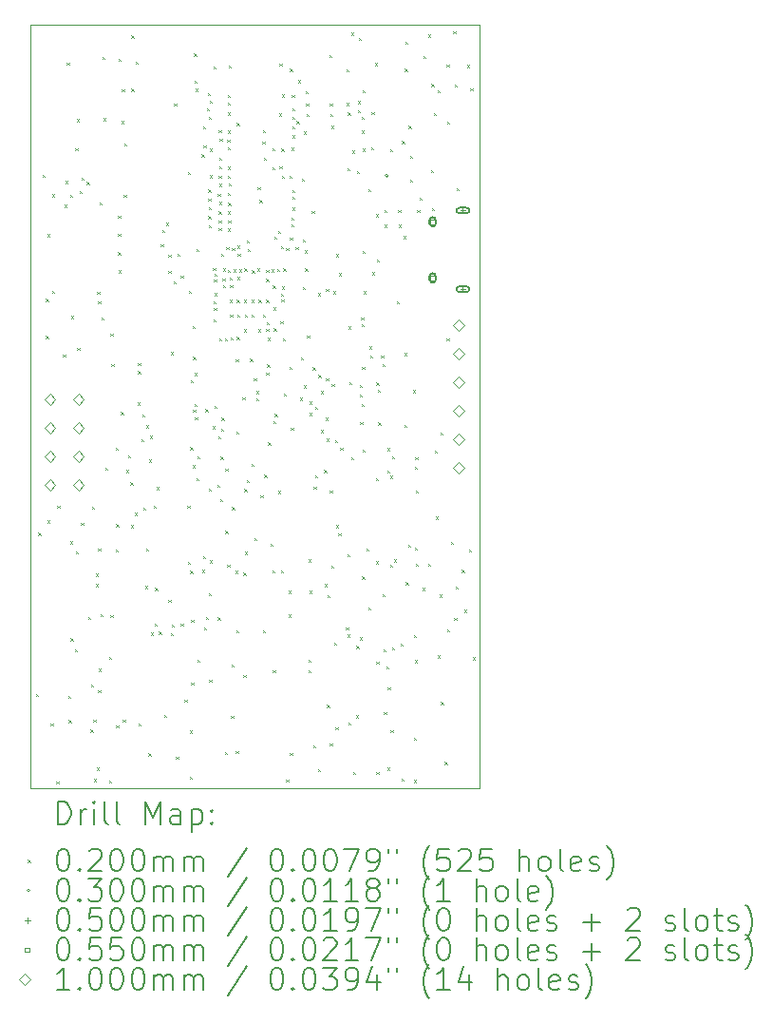
<source format=gbr>
%TF.GenerationSoftware,KiCad,Pcbnew,7.0.1-0*%
%TF.CreationDate,2023-03-28T15:50:49-07:00*%
%TF.ProjectId,Kit-Brainboard,4b69742d-4272-4616-996e-626f6172642e,rev?*%
%TF.SameCoordinates,PXb4807f0PY7674b50*%
%TF.FileFunction,Drillmap*%
%TF.FilePolarity,Positive*%
%FSLAX45Y45*%
G04 Gerber Fmt 4.5, Leading zero omitted, Abs format (unit mm)*
G04 Created by KiCad (PCBNEW 7.0.1-0) date 2023-03-28 15:50:49*
%MOMM*%
%LPD*%
G01*
G04 APERTURE LIST*
%ADD10C,0.100000*%
%ADD11C,0.200000*%
%ADD12C,0.020000*%
%ADD13C,0.030000*%
%ADD14C,0.050000*%
%ADD15C,0.055000*%
G04 APERTURE END LIST*
D10*
X0Y0D02*
X4000000Y0D01*
X4000000Y6800000D02*
X1000Y6800000D01*
X0Y6800000D02*
X0Y0D01*
X1000Y6800000D02*
X0Y6800000D01*
X4000000Y6800000D02*
X4000000Y1D01*
D11*
D12*
X45000Y841000D02*
X65000Y821000D01*
X65000Y841000D02*
X45000Y821000D01*
X66000Y2277000D02*
X86000Y2257000D01*
X86000Y2277000D02*
X66000Y2257000D01*
X108000Y5468000D02*
X128000Y5448000D01*
X128000Y5468000D02*
X108000Y5448000D01*
X134000Y4360000D02*
X154000Y4340000D01*
X154000Y4360000D02*
X134000Y4340000D01*
X134750Y4031100D02*
X154750Y4011100D01*
X154750Y4031100D02*
X134750Y4011100D01*
X147800Y4937050D02*
X167800Y4917050D01*
X167800Y4937050D02*
X147800Y4917050D01*
X148000Y2388000D02*
X168000Y2368000D01*
X168000Y2388000D02*
X148000Y2368000D01*
X177000Y580000D02*
X197000Y560000D01*
X197000Y580000D02*
X177000Y560000D01*
X189000Y5292000D02*
X209000Y5272000D01*
X209000Y5292000D02*
X189000Y5272000D01*
X190050Y4431000D02*
X210050Y4411000D01*
X210050Y4431000D02*
X190050Y4411000D01*
X229000Y66000D02*
X249000Y46000D01*
X249000Y66000D02*
X229000Y46000D01*
X237000Y2521000D02*
X257000Y2501000D01*
X257000Y2521000D02*
X237000Y2501000D01*
X288150Y3862900D02*
X308150Y3842900D01*
X308150Y3862900D02*
X288150Y3842900D01*
X299126Y5197950D02*
X319126Y5177950D01*
X319126Y5197950D02*
X299126Y5177950D01*
X310000Y5411000D02*
X330000Y5391000D01*
X330000Y5411000D02*
X310000Y5391000D01*
X320000Y6464000D02*
X340000Y6444000D01*
X340000Y6464000D02*
X320000Y6444000D01*
X332000Y827000D02*
X352000Y807000D01*
X352000Y827000D02*
X332000Y807000D01*
X339000Y609000D02*
X359000Y589000D01*
X359000Y609000D02*
X339000Y589000D01*
X352601Y5286321D02*
X372601Y5266321D01*
X372601Y5286321D02*
X352601Y5266321D01*
X353500Y2202300D02*
X373500Y2182300D01*
X373500Y2202300D02*
X353500Y2182300D01*
X354000Y1336500D02*
X374000Y1316500D01*
X374000Y1336500D02*
X354000Y1316500D01*
X361000Y4207000D02*
X381000Y4187000D01*
X381000Y4207000D02*
X361000Y4187000D01*
X391300Y1238000D02*
X411300Y1218000D01*
X411300Y1238000D02*
X391300Y1218000D01*
X397000Y5704000D02*
X417000Y5684000D01*
X417000Y5704000D02*
X397000Y5684000D01*
X402000Y2113000D02*
X422000Y2093000D01*
X422000Y2113000D02*
X402000Y2093000D01*
X408000Y5960000D02*
X428000Y5940000D01*
X428000Y5960000D02*
X408000Y5940000D01*
X414000Y3923000D02*
X434000Y3903000D01*
X434000Y3923000D02*
X414000Y3903000D01*
X435000Y5319771D02*
X455000Y5299771D01*
X455000Y5319771D02*
X435000Y5299771D01*
X447000Y2365000D02*
X467000Y2345000D01*
X467000Y2365000D02*
X447000Y2345000D01*
X451000Y5442000D02*
X471000Y5422000D01*
X471000Y5442000D02*
X451000Y5422000D01*
X499000Y5400550D02*
X519000Y5380550D01*
X519000Y5400550D02*
X499000Y5380550D01*
X511000Y1528000D02*
X531000Y1508000D01*
X531000Y1528000D02*
X511000Y1508000D01*
X534000Y525000D02*
X554000Y505000D01*
X554000Y525000D02*
X534000Y505000D01*
X539000Y926000D02*
X559000Y906000D01*
X559000Y926000D02*
X539000Y906000D01*
X545000Y2508000D02*
X565000Y2488000D01*
X565000Y2508000D02*
X545000Y2488000D01*
X558000Y616000D02*
X578000Y596000D01*
X578000Y616000D02*
X558000Y596000D01*
X561000Y86000D02*
X581000Y66000D01*
X581000Y86000D02*
X561000Y66000D01*
X578000Y1821000D02*
X598000Y1801000D01*
X598000Y1821000D02*
X578000Y1801000D01*
X579000Y1915000D02*
X599000Y1895000D01*
X599000Y1915000D02*
X579000Y1895000D01*
X587000Y187000D02*
X607000Y167000D01*
X607000Y187000D02*
X587000Y167000D01*
X591200Y4422800D02*
X611200Y4402800D01*
X611200Y4422800D02*
X591200Y4402800D01*
X600000Y2136000D02*
X620000Y2116000D01*
X620000Y2136000D02*
X600000Y2116000D01*
X602000Y4339000D02*
X622000Y4319000D01*
X622000Y4339000D02*
X602000Y4319000D01*
X602000Y879000D02*
X622000Y859000D01*
X622000Y879000D02*
X602000Y859000D01*
X603000Y1067000D02*
X623000Y1047000D01*
X623000Y1067000D02*
X603000Y1047000D01*
X611000Y5218000D02*
X631000Y5198000D01*
X631000Y5218000D02*
X611000Y5198000D01*
X622000Y1552000D02*
X642000Y1532000D01*
X642000Y1552000D02*
X622000Y1532000D01*
X628000Y4194000D02*
X648000Y4174000D01*
X648000Y4194000D02*
X628000Y4174000D01*
X638000Y6513000D02*
X658000Y6493000D01*
X658000Y6513000D02*
X638000Y6493000D01*
X644924Y5970076D02*
X664924Y5950076D01*
X664924Y5970076D02*
X644924Y5950076D01*
X663000Y2859000D02*
X683000Y2839000D01*
X683000Y2859000D02*
X663000Y2839000D01*
X696000Y1174000D02*
X716000Y1154000D01*
X716000Y1174000D02*
X696000Y1154000D01*
X699000Y71000D02*
X719000Y51000D01*
X719000Y71000D02*
X699000Y51000D01*
X709539Y1544461D02*
X729539Y1524461D01*
X729539Y1544461D02*
X709539Y1524461D01*
X711050Y4049600D02*
X731050Y4029600D01*
X731050Y4049600D02*
X711050Y4029600D01*
X720000Y3781000D02*
X740000Y3761000D01*
X740000Y3781000D02*
X720000Y3761000D01*
X759000Y3038000D02*
X779000Y3018000D01*
X779000Y3038000D02*
X759000Y3018000D01*
X759000Y2132000D02*
X779000Y2112000D01*
X779000Y2132000D02*
X759000Y2112000D01*
X761000Y565000D02*
X781000Y545000D01*
X781000Y565000D02*
X761000Y545000D01*
X763000Y2354000D02*
X783000Y2334000D01*
X783000Y2354000D02*
X763000Y2334000D01*
X780000Y5099000D02*
X800000Y5079000D01*
X800000Y5099000D02*
X780000Y5079000D01*
X780000Y4940000D02*
X800000Y4920000D01*
X800000Y4940000D02*
X780000Y4920000D01*
X780000Y4774000D02*
X800000Y4754000D01*
X800000Y4774000D02*
X780000Y4754000D01*
X782750Y4613250D02*
X802750Y4593250D01*
X802750Y4613250D02*
X782750Y4593250D01*
X784000Y6497000D02*
X804000Y6477000D01*
X804000Y6497000D02*
X784000Y6477000D01*
X803000Y3353500D02*
X823000Y3333500D01*
X823000Y3353500D02*
X803000Y3333500D01*
X810000Y5943000D02*
X830000Y5923000D01*
X830000Y5943000D02*
X810000Y5923000D01*
X814000Y6229000D02*
X834000Y6209000D01*
X834000Y6229000D02*
X814000Y6209000D01*
X821000Y615000D02*
X841000Y595000D01*
X841000Y615000D02*
X821000Y595000D01*
X828000Y5288000D02*
X848000Y5268000D01*
X848000Y5288000D02*
X828000Y5268000D01*
X836000Y5744000D02*
X856000Y5724000D01*
X856000Y5744000D02*
X836000Y5724000D01*
X849000Y2835000D02*
X869000Y2815000D01*
X869000Y2835000D02*
X849000Y2815000D01*
X868000Y2968000D02*
X888000Y2948000D01*
X888000Y2968000D02*
X868000Y2948000D01*
X890000Y2726000D02*
X910000Y2706000D01*
X910000Y2726000D02*
X890000Y2706000D01*
X892500Y2345500D02*
X912500Y2325500D01*
X912500Y2345500D02*
X892500Y2325500D01*
X896000Y6231000D02*
X916000Y6211000D01*
X916000Y6231000D02*
X896000Y6211000D01*
X897000Y6706000D02*
X917000Y6686000D01*
X917000Y6706000D02*
X897000Y6686000D01*
X925000Y2455000D02*
X945000Y2435000D01*
X945000Y2455000D02*
X925000Y2435000D01*
X934000Y6474000D02*
X954000Y6454000D01*
X954000Y6474000D02*
X934000Y6454000D01*
X953000Y3438000D02*
X973000Y3418000D01*
X973000Y3438000D02*
X953000Y3418000D01*
X955000Y3717000D02*
X975000Y3697000D01*
X975000Y3717000D02*
X955000Y3697000D01*
X957000Y3788000D02*
X977000Y3768000D01*
X977000Y3788000D02*
X957000Y3768000D01*
X960000Y579000D02*
X980000Y559000D01*
X980000Y579000D02*
X960000Y559000D01*
X986450Y3113500D02*
X1006450Y3093500D01*
X1006450Y3113500D02*
X986450Y3093500D01*
X997000Y3333000D02*
X1017000Y3313000D01*
X1017000Y3333000D02*
X997000Y3313000D01*
X1002000Y2503355D02*
X1022000Y2483355D01*
X1022000Y2503355D02*
X1002000Y2483355D01*
X1020000Y1805000D02*
X1040000Y1785000D01*
X1040000Y1805000D02*
X1020000Y1785000D01*
X1027000Y2140000D02*
X1047000Y2120000D01*
X1047000Y2140000D02*
X1027000Y2120000D01*
X1027550Y3234750D02*
X1047550Y3214750D01*
X1047550Y3234750D02*
X1027550Y3214750D01*
X1049000Y314000D02*
X1069000Y294000D01*
X1069000Y314000D02*
X1049000Y294000D01*
X1054000Y2930000D02*
X1074000Y2910000D01*
X1074000Y2930000D02*
X1054000Y2910000D01*
X1060878Y3140622D02*
X1080878Y3120622D01*
X1080878Y3140622D02*
X1060878Y3120622D01*
X1069000Y1388000D02*
X1089000Y1368000D01*
X1089000Y1388000D02*
X1069000Y1368000D01*
X1098000Y2518500D02*
X1118000Y2498500D01*
X1118000Y2518500D02*
X1098000Y2498500D01*
X1105000Y1469000D02*
X1125000Y1449000D01*
X1125000Y1469000D02*
X1105000Y1449000D01*
X1110375Y1785625D02*
X1130375Y1765625D01*
X1130375Y1785625D02*
X1110375Y1765625D01*
X1120000Y2685000D02*
X1140000Y2665000D01*
X1140000Y2685000D02*
X1120000Y2665000D01*
X1144000Y1398000D02*
X1164000Y1378000D01*
X1164000Y1398000D02*
X1144000Y1378000D01*
X1159000Y4845000D02*
X1179000Y4825000D01*
X1179000Y4845000D02*
X1159000Y4825000D01*
X1172050Y4972347D02*
X1192050Y4952347D01*
X1192050Y4972347D02*
X1172050Y4952347D01*
X1188000Y658000D02*
X1208000Y638000D01*
X1208000Y658000D02*
X1188000Y638000D01*
X1208000Y5039000D02*
X1228000Y5019000D01*
X1228000Y5039000D02*
X1208000Y5019000D01*
X1227950Y4753072D02*
X1247950Y4733072D01*
X1247950Y4753072D02*
X1227950Y4733072D01*
X1228000Y4608500D02*
X1248000Y4588500D01*
X1248000Y4608500D02*
X1228000Y4588500D01*
X1228000Y1682000D02*
X1248000Y1662000D01*
X1248000Y1682000D02*
X1228000Y1662000D01*
X1246456Y3886544D02*
X1266456Y3866544D01*
X1266456Y3886544D02*
X1246456Y3866544D01*
X1248000Y1384000D02*
X1268000Y1364000D01*
X1268000Y1384000D02*
X1248000Y1364000D01*
X1257000Y1463000D02*
X1277000Y1443000D01*
X1277000Y1463000D02*
X1257000Y1443000D01*
X1272000Y4517000D02*
X1292000Y4497000D01*
X1292000Y4517000D02*
X1272000Y4497000D01*
X1279000Y6100000D02*
X1299000Y6080000D01*
X1299000Y6100000D02*
X1279000Y6080000D01*
X1294000Y282000D02*
X1314000Y262000D01*
X1314000Y282000D02*
X1294000Y262000D01*
X1305250Y4764771D02*
X1325250Y4744771D01*
X1325250Y4764771D02*
X1305250Y4744771D01*
X1338000Y4566322D02*
X1358000Y4546322D01*
X1358000Y4566322D02*
X1338000Y4546322D01*
X1338000Y1471000D02*
X1358000Y1451000D01*
X1358000Y1471000D02*
X1338000Y1451000D01*
X1370500Y793500D02*
X1390500Y773500D01*
X1390500Y793500D02*
X1370500Y773500D01*
X1397000Y2520000D02*
X1417000Y2500000D01*
X1417000Y2520000D02*
X1397000Y2500000D01*
X1401900Y5488522D02*
X1421900Y5468522D01*
X1421900Y5488522D02*
X1401900Y5468522D01*
X1402000Y2018000D02*
X1422000Y1998000D01*
X1422000Y2018000D02*
X1402000Y1998000D01*
X1408000Y4434000D02*
X1428000Y4414000D01*
X1428000Y4434000D02*
X1408000Y4414000D01*
X1416000Y517000D02*
X1436000Y497000D01*
X1436000Y517000D02*
X1416000Y497000D01*
X1419000Y108000D02*
X1439000Y88000D01*
X1439000Y108000D02*
X1419000Y88000D01*
X1421900Y3040000D02*
X1441900Y3020000D01*
X1441900Y3040000D02*
X1421900Y3020000D01*
X1423000Y1940000D02*
X1443000Y1920000D01*
X1443000Y1940000D02*
X1423000Y1920000D01*
X1423950Y3639000D02*
X1443950Y3619000D01*
X1443950Y3639000D02*
X1423950Y3619000D01*
X1430000Y1504000D02*
X1450000Y1484000D01*
X1450000Y1504000D02*
X1430000Y1484000D01*
X1430000Y946000D02*
X1450000Y926000D01*
X1450000Y946000D02*
X1430000Y926000D01*
X1442800Y4116921D02*
X1462800Y4096921D01*
X1462800Y4116921D02*
X1442800Y4096921D01*
X1446000Y2879000D02*
X1466000Y2859000D01*
X1466000Y2879000D02*
X1446000Y2859000D01*
X1448000Y3843000D02*
X1468000Y3823000D01*
X1468000Y3843000D02*
X1448000Y3823000D01*
X1449000Y3372000D02*
X1469000Y3352000D01*
X1469000Y3372000D02*
X1449000Y3352000D01*
X1456000Y6544000D02*
X1476000Y6524000D01*
X1476000Y6544000D02*
X1456000Y6524000D01*
X1459550Y3426669D02*
X1479550Y3406669D01*
X1479550Y3426669D02*
X1459550Y3406669D01*
X1460000Y6302322D02*
X1480000Y6282322D01*
X1480000Y6302322D02*
X1460000Y6282322D01*
X1460000Y3699000D02*
X1480000Y3679000D01*
X1480000Y3699000D02*
X1460000Y3679000D01*
X1466000Y3304000D02*
X1486000Y3284000D01*
X1486000Y3304000D02*
X1466000Y3284000D01*
X1468000Y6230322D02*
X1488000Y6210322D01*
X1488000Y6230322D02*
X1468000Y6210322D01*
X1477000Y2765000D02*
X1497000Y2745000D01*
X1497000Y2765000D02*
X1477000Y2745000D01*
X1479614Y4805830D02*
X1499614Y4785830D01*
X1499614Y4805830D02*
X1479614Y4785830D01*
X1484750Y2961750D02*
X1504750Y2941750D01*
X1504750Y2961750D02*
X1484750Y2941750D01*
X1485000Y1148000D02*
X1505000Y1128000D01*
X1505000Y1148000D02*
X1485000Y1128000D01*
X1522398Y5647392D02*
X1542398Y5627392D01*
X1542398Y5647392D02*
X1522398Y5627392D01*
X1529000Y1949000D02*
X1549000Y1929000D01*
X1549000Y1949000D02*
X1529000Y1929000D01*
X1538400Y5898852D02*
X1558400Y5878852D01*
X1558400Y5898852D02*
X1538400Y5878852D01*
X1539000Y2069000D02*
X1559000Y2049000D01*
X1559000Y2069000D02*
X1539000Y2049000D01*
X1542000Y5726322D02*
X1562000Y5706322D01*
X1562000Y5726322D02*
X1542000Y5706322D01*
X1543000Y1437000D02*
X1563000Y1417000D01*
X1563000Y1437000D02*
X1543000Y1417000D01*
X1557000Y3378000D02*
X1577000Y3358000D01*
X1577000Y3378000D02*
X1557000Y3358000D01*
X1562000Y1527000D02*
X1582000Y1507000D01*
X1582000Y1527000D02*
X1562000Y1507000D01*
X1569276Y6060336D02*
X1589276Y6040336D01*
X1589276Y6060336D02*
X1569276Y6040336D01*
X1578411Y6195015D02*
X1598411Y6175015D01*
X1598411Y6195015D02*
X1578411Y6175015D01*
X1582230Y5096914D02*
X1602230Y5076914D01*
X1602230Y5096914D02*
X1582230Y5076914D01*
X1582992Y5334912D02*
X1602992Y5314912D01*
X1602992Y5334912D02*
X1582992Y5314912D01*
X1583500Y5252870D02*
X1603500Y5232870D01*
X1603500Y5252870D02*
X1583500Y5232870D01*
X1584770Y5176670D02*
X1604770Y5156670D01*
X1604770Y5176670D02*
X1584770Y5156670D01*
X1586802Y5983772D02*
X1606802Y5963772D01*
X1606802Y5983772D02*
X1586802Y5963772D01*
X1587000Y2672000D02*
X1607000Y2652000D01*
X1607000Y2672000D02*
X1587000Y2652000D01*
X1587056Y5016728D02*
X1607056Y4996728D01*
X1607056Y5016728D02*
X1587056Y4996728D01*
X1588000Y1738000D02*
X1608000Y1718000D01*
X1608000Y1738000D02*
X1588000Y1718000D01*
X1590000Y968000D02*
X1610000Y948000D01*
X1610000Y968000D02*
X1590000Y948000D01*
X1593152Y5462166D02*
X1613152Y5442166D01*
X1613152Y5462166D02*
X1593152Y5442166D01*
X1596058Y6128330D02*
X1616058Y6108330D01*
X1616058Y6128330D02*
X1596058Y6108330D01*
X1597582Y5699208D02*
X1617582Y5679208D01*
X1617582Y5699208D02*
X1597582Y5679208D01*
X1598000Y2031000D02*
X1618000Y2011000D01*
X1618000Y2031000D02*
X1598000Y2011000D01*
X1622000Y3225000D02*
X1642000Y3205000D01*
X1642000Y3225000D02*
X1622000Y3205000D01*
X1626700Y4637522D02*
X1646700Y4617522D01*
X1646700Y4637522D02*
X1626700Y4617522D01*
X1628000Y6429322D02*
X1648000Y6409322D01*
X1648000Y6429322D02*
X1628000Y6409322D01*
X1631000Y4341322D02*
X1651000Y4321322D01*
X1651000Y4341322D02*
X1631000Y4321322D01*
X1631000Y4179000D02*
X1651000Y4159000D01*
X1651000Y4179000D02*
X1631000Y4159000D01*
X1634600Y4279522D02*
X1654600Y4259522D01*
X1654600Y4279522D02*
X1634600Y4259522D01*
X1635000Y4535722D02*
X1655000Y4515722D01*
X1655000Y4535722D02*
X1635000Y4515722D01*
X1636000Y3406000D02*
X1656000Y3386000D01*
X1656000Y3406000D02*
X1636000Y3386000D01*
X1637707Y4586125D02*
X1657707Y4566125D01*
X1657707Y4586125D02*
X1637707Y4566125D01*
X1638476Y4410920D02*
X1658476Y4390920D01*
X1658476Y4410920D02*
X1638476Y4390920D01*
X1665000Y2707000D02*
X1685000Y2687000D01*
X1685000Y2707000D02*
X1665000Y2687000D01*
X1666600Y5296922D02*
X1686600Y5276922D01*
X1686600Y5296922D02*
X1666600Y5276922D01*
X1668000Y1524000D02*
X1688000Y1504000D01*
X1688000Y1524000D02*
X1668000Y1504000D01*
X1673000Y3139300D02*
X1693000Y3119300D01*
X1693000Y3139300D02*
X1673000Y3119300D01*
X1674686Y5457594D02*
X1694686Y5437594D01*
X1694686Y5457594D02*
X1674686Y5437594D01*
X1675194Y5862724D02*
X1695194Y5842724D01*
X1695194Y5862724D02*
X1675194Y5842724D01*
X1676464Y5059322D02*
X1696464Y5039322D01*
X1696464Y5059322D02*
X1676464Y5039322D01*
X1676972Y5139078D02*
X1696972Y5119078D01*
X1696972Y5139078D02*
X1676972Y5119078D01*
X1677400Y4989722D02*
X1697400Y4969722D01*
X1697400Y4989722D02*
X1677400Y4969722D01*
X1678242Y5540906D02*
X1698242Y5520906D01*
X1698242Y5540906D02*
X1678242Y5520906D01*
X1678750Y5223152D02*
X1698750Y5203152D01*
X1698750Y5223152D02*
X1678750Y5203152D01*
X1678862Y5617166D02*
X1698862Y5597166D01*
X1698862Y5617166D02*
X1678862Y5597166D01*
X1680163Y5386091D02*
X1700163Y5366091D01*
X1700163Y5386091D02*
X1680163Y5366091D01*
X1680982Y4010249D02*
X1700982Y3990249D01*
X1700982Y4010249D02*
X1680982Y3990249D01*
X1686072Y5784956D02*
X1706072Y5764956D01*
X1706072Y5784956D02*
X1686072Y5764956D01*
X1688000Y2577000D02*
X1708000Y2557000D01*
X1708000Y2577000D02*
X1688000Y2557000D01*
X1693000Y2956000D02*
X1713000Y2936000D01*
X1713000Y2956000D02*
X1693000Y2936000D01*
X1696000Y3207000D02*
X1716000Y3187000D01*
X1716000Y3207000D02*
X1696000Y3187000D01*
X1697900Y4760722D02*
X1717900Y4740722D01*
X1717900Y4760722D02*
X1697900Y4740722D01*
X1703000Y3301000D02*
X1723000Y3281000D01*
X1723000Y3301000D02*
X1703000Y3281000D01*
X1711000Y4544322D02*
X1731000Y4524322D01*
X1731000Y4544322D02*
X1711000Y4524322D01*
X1711574Y4632693D02*
X1731574Y4612693D01*
X1731574Y4632693D02*
X1711574Y4612693D01*
X1712500Y4484322D02*
X1732500Y4464322D01*
X1732500Y4484322D02*
X1712500Y4464322D01*
X1729919Y4011393D02*
X1749919Y3991393D01*
X1749919Y4011393D02*
X1729919Y3991393D01*
X1733000Y324000D02*
X1753000Y304000D01*
X1753000Y324000D02*
X1733000Y304000D01*
X1734000Y2847000D02*
X1754000Y2827000D01*
X1754000Y2847000D02*
X1734000Y2827000D01*
X1735000Y2296000D02*
X1755000Y2276000D01*
X1755000Y2296000D02*
X1735000Y2276000D01*
X1744400Y4820722D02*
X1764400Y4800722D01*
X1764400Y4820722D02*
X1744400Y4800722D01*
X1751500Y5778500D02*
X1771500Y5758500D01*
X1771500Y5778500D02*
X1751500Y5758500D01*
X1752000Y1992000D02*
X1772000Y1972000D01*
X1772000Y1992000D02*
X1752000Y1972000D01*
X1756220Y6178700D02*
X1776220Y6158700D01*
X1776220Y6178700D02*
X1756220Y6158700D01*
X1756400Y4986622D02*
X1776400Y4966622D01*
X1776400Y4986622D02*
X1756400Y4966622D01*
X1756728Y5139840D02*
X1776728Y5119840D01*
X1776728Y5139840D02*
X1756728Y5119840D01*
X1757226Y5709311D02*
X1777226Y5689311D01*
X1777226Y5709311D02*
X1757226Y5689311D01*
X1758637Y6110836D02*
X1778637Y6090836D01*
X1778637Y6110836D02*
X1758637Y6090836D01*
X1758760Y6018680D02*
X1778760Y5998680D01*
X1778760Y6018680D02*
X1758760Y5998680D01*
X1758782Y4619748D02*
X1778782Y4599748D01*
X1778782Y4619748D02*
X1758782Y4599748D01*
X1758783Y5303622D02*
X1778783Y5283622D01*
X1778783Y5303622D02*
X1758783Y5283622D01*
X1759000Y5537922D02*
X1779000Y5517922D01*
X1779000Y5537922D02*
X1759000Y5517922D01*
X1759014Y5857644D02*
X1779014Y5837644D01*
X1779014Y5857644D02*
X1759014Y5837644D01*
X1759014Y5459372D02*
X1779014Y5439372D01*
X1779014Y5459372D02*
X1759014Y5439372D01*
X1760284Y5216610D02*
X1780284Y5196610D01*
X1780284Y5216610D02*
X1760284Y5196610D01*
X1762238Y5060846D02*
X1782238Y5040846D01*
X1782238Y5060846D02*
X1762238Y5040846D01*
X1764000Y6437772D02*
X1784000Y6417772D01*
X1784000Y6437772D02*
X1764000Y6417772D01*
X1764300Y5391822D02*
X1784300Y5371822D01*
X1784300Y5391822D02*
X1764300Y5371822D01*
X1771826Y4350976D02*
X1791826Y4330976D01*
X1791826Y4350976D02*
X1771826Y4330976D01*
X1773746Y4549036D02*
X1793746Y4529036D01*
X1793746Y4549036D02*
X1773746Y4529036D01*
X1777000Y4483322D02*
X1797000Y4463322D01*
X1797000Y4483322D02*
X1777000Y4463322D01*
X1779000Y4221322D02*
X1799000Y4201322D01*
X1799000Y4221322D02*
X1779000Y4201322D01*
X1783200Y4016622D02*
X1803200Y3996622D01*
X1803200Y4016622D02*
X1783200Y3996622D01*
X1786000Y648000D02*
X1806000Y628000D01*
X1806000Y648000D02*
X1786000Y628000D01*
X1793000Y1107000D02*
X1813000Y1087000D01*
X1813000Y1107000D02*
X1793000Y1087000D01*
X1794000Y2505000D02*
X1814000Y2485000D01*
X1814000Y2505000D02*
X1794000Y2485000D01*
X1795200Y4813522D02*
X1815200Y4793522D01*
X1815200Y4813522D02*
X1795200Y4793522D01*
X1807624Y4622996D02*
X1827624Y4602996D01*
X1827624Y4622996D02*
X1807624Y4602996D01*
X1825000Y1939000D02*
X1845000Y1919000D01*
X1845000Y1939000D02*
X1825000Y1919000D01*
X1828000Y3823000D02*
X1848000Y3803000D01*
X1848000Y3823000D02*
X1828000Y3803000D01*
X1828000Y335000D02*
X1848000Y315000D01*
X1848000Y335000D02*
X1828000Y315000D01*
X1831000Y1412000D02*
X1851000Y1392000D01*
X1851000Y1412000D02*
X1831000Y1392000D01*
X1834000Y3178000D02*
X1854000Y3158000D01*
X1854000Y3178000D02*
X1834000Y3158000D01*
X1837679Y4352184D02*
X1857679Y4332184D01*
X1857679Y4352184D02*
X1837679Y4332184D01*
X1837800Y4023122D02*
X1857800Y4003122D01*
X1857800Y4023122D02*
X1837800Y4003122D01*
X1838279Y5928256D02*
X1858279Y5908256D01*
X1858279Y5928256D02*
X1838279Y5908256D01*
X1840450Y4834822D02*
X1860450Y4814822D01*
X1860450Y4834822D02*
X1840450Y4814822D01*
X1842000Y4554522D02*
X1862000Y4534522D01*
X1862000Y4554522D02*
X1842000Y4534522D01*
X1842000Y4223322D02*
X1862000Y4203322D01*
X1862000Y4223322D02*
X1842000Y4203322D01*
X1844358Y4761126D02*
X1864358Y4741126D01*
X1864358Y4761126D02*
X1844358Y4741126D01*
X1856561Y4624146D02*
X1876561Y4604146D01*
X1876561Y4624146D02*
X1856561Y4604146D01*
X1886686Y3481542D02*
X1906686Y3461542D01*
X1906686Y3481542D02*
X1886686Y3461542D01*
X1896000Y1014000D02*
X1916000Y994000D01*
X1916000Y1014000D02*
X1896000Y994000D01*
X1897500Y1921500D02*
X1917500Y1901500D01*
X1917500Y1921500D02*
X1897500Y1901500D01*
X1899800Y4089722D02*
X1919800Y4069722D01*
X1919800Y4089722D02*
X1899800Y4069722D01*
X1902600Y4352621D02*
X1922600Y4332621D01*
X1922600Y4352621D02*
X1902600Y4332621D01*
X1905050Y2668000D02*
X1925050Y2648000D01*
X1925050Y2668000D02*
X1905050Y2648000D01*
X1905172Y4629900D02*
X1925172Y4609900D01*
X1925172Y4629900D02*
X1905172Y4609900D01*
X1907000Y2109000D02*
X1927000Y2089000D01*
X1927000Y2109000D02*
X1907000Y2089000D01*
X1908000Y4221322D02*
X1928000Y4201322D01*
X1928000Y4221322D02*
X1908000Y4201322D01*
X1924000Y2750000D02*
X1944000Y2730000D01*
X1944000Y2750000D02*
X1924000Y2730000D01*
X1925550Y4879772D02*
X1945550Y4859772D01*
X1945550Y4879772D02*
X1925550Y4859772D01*
X1936550Y4803122D02*
X1956550Y4783122D01*
X1956550Y4803122D02*
X1936550Y4783122D01*
X1957000Y3827000D02*
X1977000Y3807000D01*
X1977000Y3827000D02*
X1957000Y3807000D01*
X1968000Y2889000D02*
X1988000Y2869000D01*
X1988000Y2889000D02*
X1968000Y2869000D01*
X1969434Y4352373D02*
X1989434Y4332373D01*
X1989434Y4352373D02*
X1969434Y4332373D01*
X1970000Y4218322D02*
X1990000Y4198322D01*
X1990000Y4218322D02*
X1970000Y4198322D01*
X1973300Y4615922D02*
X1993300Y4595922D01*
X1993300Y4615922D02*
X1973300Y4595922D01*
X1990450Y3656000D02*
X2010450Y3636000D01*
X2010450Y3656000D02*
X1990450Y3636000D01*
X1991000Y2231000D02*
X2011000Y2211000D01*
X2011000Y2231000D02*
X1991000Y2211000D01*
X2009089Y3538160D02*
X2029089Y3518160D01*
X2029089Y3538160D02*
X2009089Y3518160D01*
X2009400Y3476254D02*
X2029400Y3456254D01*
X2029400Y3476254D02*
X2009400Y3456254D01*
X2019633Y4631713D02*
X2039633Y4611713D01*
X2039633Y4631713D02*
X2019633Y4611713D01*
X2024500Y5356522D02*
X2044500Y5336522D01*
X2044500Y5356522D02*
X2024500Y5336522D01*
X2027000Y4091000D02*
X2047000Y4071000D01*
X2047000Y4091000D02*
X2027000Y4071000D01*
X2032055Y4352210D02*
X2052055Y4332210D01*
X2052055Y4352210D02*
X2032055Y4332210D01*
X2041300Y5241822D02*
X2061300Y5221822D01*
X2061300Y5241822D02*
X2041300Y5221822D01*
X2048027Y2611333D02*
X2068027Y2591333D01*
X2068027Y2611333D02*
X2048027Y2591333D01*
X2064467Y5762783D02*
X2084467Y5742783D01*
X2084467Y5762783D02*
X2064467Y5742783D01*
X2067484Y5863036D02*
X2087484Y5843036D01*
X2087484Y5863036D02*
X2067484Y5843036D01*
X2068000Y1408500D02*
X2088000Y1388500D01*
X2088000Y1408500D02*
X2068000Y1388500D01*
X2070022Y4222706D02*
X2090022Y4202706D01*
X2090022Y4222706D02*
X2070022Y4202706D01*
X2075672Y5618664D02*
X2095672Y5598664D01*
X2095672Y5618664D02*
X2075672Y5598664D01*
X2083000Y2793500D02*
X2103000Y2773500D01*
X2103000Y2793500D02*
X2083000Y2773500D01*
X2099000Y4093322D02*
X2119000Y4073322D01*
X2119000Y4093322D02*
X2099000Y4073322D01*
X2099000Y3706000D02*
X2119000Y3686000D01*
X2119000Y3706000D02*
X2099000Y3686000D01*
X2099439Y4620362D02*
X2119439Y4600362D01*
X2119439Y4620362D02*
X2099439Y4600362D01*
X2099458Y4352590D02*
X2119458Y4332590D01*
X2119458Y4352590D02*
X2099458Y4332590D01*
X2099700Y4539622D02*
X2119700Y4519622D01*
X2119700Y4539622D02*
X2099700Y4519622D01*
X2103000Y4153322D02*
X2123000Y4133322D01*
X2123000Y4153322D02*
X2103000Y4133322D01*
X2108850Y3775772D02*
X2128850Y3755772D01*
X2128850Y3775772D02*
X2108850Y3755772D01*
X2113713Y4014631D02*
X2133713Y3994631D01*
X2133713Y4014631D02*
X2113713Y3994631D01*
X2115000Y3082000D02*
X2135000Y3062000D01*
X2135000Y3082000D02*
X2115000Y3062000D01*
X2138000Y2183000D02*
X2158000Y2163000D01*
X2158000Y2183000D02*
X2138000Y2163000D01*
X2148300Y4623322D02*
X2168300Y4603322D01*
X2168300Y4623322D02*
X2148300Y4603322D01*
X2154000Y1944000D02*
X2174000Y1924000D01*
X2174000Y1944000D02*
X2154000Y1924000D01*
X2154096Y5535632D02*
X2174096Y5515632D01*
X2174096Y5535632D02*
X2154096Y5515632D01*
X2154746Y5701434D02*
X2174746Y5681434D01*
X2174746Y5701434D02*
X2154746Y5681434D01*
X2158300Y1056000D02*
X2178300Y1036000D01*
X2178300Y1056000D02*
X2158300Y1036000D01*
X2158700Y4480522D02*
X2178700Y4460522D01*
X2178700Y4480522D02*
X2158700Y4460522D01*
X2164000Y3272000D02*
X2184000Y3252000D01*
X2184000Y3272000D02*
X2164000Y3252000D01*
X2164597Y4284999D02*
X2184597Y4264999D01*
X2184597Y4284999D02*
X2164597Y4264999D01*
X2165700Y4097522D02*
X2185700Y4077522D01*
X2185700Y4097522D02*
X2165700Y4077522D01*
X2172132Y4915845D02*
X2192132Y4895845D01*
X2192132Y4915845D02*
X2172132Y4895845D01*
X2177000Y3335000D02*
X2197000Y3315000D01*
X2197000Y3335000D02*
X2177000Y3315000D01*
X2198096Y4628195D02*
X2218096Y4608195D01*
X2218096Y4628195D02*
X2198096Y4608195D01*
X2206000Y2650000D02*
X2226000Y2630000D01*
X2226000Y2650000D02*
X2206000Y2630000D01*
X2207301Y4964469D02*
X2227301Y4944469D01*
X2227301Y4964469D02*
X2207301Y4944469D01*
X2216226Y6011691D02*
X2236226Y5991691D01*
X2236226Y6011691D02*
X2216226Y5991691D01*
X2216834Y6456890D02*
X2236834Y6436890D01*
X2236834Y6456890D02*
X2216834Y6436890D01*
X2217700Y5542322D02*
X2237700Y5522322D01*
X2237700Y5542322D02*
X2217700Y5522322D01*
X2226500Y4159322D02*
X2246500Y4139322D01*
X2246500Y4159322D02*
X2226500Y4139322D01*
X2231465Y4832943D02*
X2251465Y4812943D01*
X2251465Y4832943D02*
X2231465Y4812943D01*
X2232435Y4407387D02*
X2252435Y4387387D01*
X2252435Y4407387D02*
X2232435Y4387387D01*
X2233000Y1943000D02*
X2253000Y1923000D01*
X2253000Y1943000D02*
X2233000Y1923000D01*
X2235379Y4356261D02*
X2255379Y4336261D01*
X2255379Y4356261D02*
X2235379Y4336261D01*
X2236200Y5697822D02*
X2256200Y5677822D01*
X2256200Y5697822D02*
X2236200Y5677822D01*
X2236534Y5458102D02*
X2256534Y5438102D01*
X2256534Y5458102D02*
X2236534Y5438102D01*
X2238058Y6179462D02*
X2258058Y6159462D01*
X2258058Y6179462D02*
X2238058Y6159462D01*
X2241000Y4470000D02*
X2261000Y4450000D01*
X2261000Y4470000D02*
X2241000Y4450000D01*
X2248893Y4011165D02*
X2268893Y3991165D01*
X2268893Y4011165D02*
X2248893Y3991165D01*
X2250700Y4631322D02*
X2270700Y4611322D01*
X2270700Y4631322D02*
X2250700Y4611322D01*
X2255000Y3519000D02*
X2275000Y3499000D01*
X2275000Y3519000D02*
X2255000Y3499000D01*
X2276000Y82000D02*
X2296000Y62000D01*
X2296000Y82000D02*
X2276000Y62000D01*
X2277200Y4814722D02*
X2297200Y4794722D01*
X2297200Y4814722D02*
X2277200Y4794722D01*
X2297000Y1761000D02*
X2317000Y1741000D01*
X2317000Y1761000D02*
X2297000Y1741000D01*
X2300000Y1551000D02*
X2320000Y1531000D01*
X2320000Y1551000D02*
X2300000Y1531000D01*
X2307508Y3754579D02*
X2327508Y3734579D01*
X2327508Y3754579D02*
X2307508Y3734579D01*
X2308274Y5459178D02*
X2328274Y5439178D01*
X2328274Y5459178D02*
X2308274Y5439178D01*
X2310000Y6409322D02*
X2330000Y6389322D01*
X2330000Y6409322D02*
X2310000Y6389322D01*
X2311500Y4904500D02*
X2331500Y4884500D01*
X2331500Y4904500D02*
X2311500Y4884500D01*
X2312000Y316000D02*
X2332000Y296000D01*
X2332000Y316000D02*
X2312000Y296000D01*
X2321000Y3215000D02*
X2341000Y3195000D01*
X2341000Y3215000D02*
X2321000Y3195000D01*
X2324500Y5707422D02*
X2344500Y5687422D01*
X2344500Y5707422D02*
X2324500Y5687422D01*
X2325434Y5084468D02*
X2345434Y5064468D01*
X2345434Y5084468D02*
X2325434Y5064468D01*
X2325434Y5024778D02*
X2345434Y5004778D01*
X2345434Y5024778D02*
X2325434Y5004778D01*
X2328990Y6175144D02*
X2348990Y6155144D01*
X2348990Y6175144D02*
X2328990Y6155144D01*
X2330500Y5984500D02*
X2350500Y5964500D01*
X2350500Y5984500D02*
X2330500Y5964500D01*
X2331000Y5327322D02*
X2351000Y5307322D01*
X2351000Y5327322D02*
X2331000Y5307322D01*
X2331500Y5816500D02*
X2351500Y5796500D01*
X2351500Y5816500D02*
X2331500Y5796500D01*
X2332800Y6056780D02*
X2352800Y6036780D01*
X2352800Y6056780D02*
X2332800Y6036780D01*
X2332980Y5173706D02*
X2352980Y5153706D01*
X2352980Y5173706D02*
X2332980Y5153706D01*
X2333000Y5270322D02*
X2353000Y5250322D01*
X2353000Y5270322D02*
X2333000Y5250322D01*
X2334500Y5898500D02*
X2354500Y5878500D01*
X2354500Y5898500D02*
X2334500Y5878500D01*
X2363300Y4822922D02*
X2383300Y4802922D01*
X2383300Y4822922D02*
X2363300Y4802922D01*
X2370500Y5944500D02*
X2390500Y5924500D01*
X2390500Y5944500D02*
X2370500Y5924500D01*
X2383218Y6306762D02*
X2403218Y6286762D01*
X2403218Y6306762D02*
X2383218Y6286762D01*
X2400000Y3481000D02*
X2420000Y3461000D01*
X2420000Y3481000D02*
X2400000Y3461000D01*
X2410000Y3837322D02*
X2430000Y3817322D01*
X2430000Y3837322D02*
X2410000Y3817322D01*
X2419000Y5430322D02*
X2439000Y5410322D01*
X2439000Y5430322D02*
X2419000Y5410322D01*
X2426700Y4887722D02*
X2446700Y4867722D01*
X2446700Y4887722D02*
X2426700Y4867722D01*
X2427275Y4468832D02*
X2447275Y4448832D01*
X2447275Y4468832D02*
X2427275Y4448832D01*
X2432786Y5851788D02*
X2452786Y5831788D01*
X2452786Y5851788D02*
X2432786Y5831788D01*
X2434000Y3588950D02*
X2454000Y3568950D01*
X2454000Y3588950D02*
X2434000Y3568950D01*
X2440950Y4793254D02*
X2460950Y4773254D01*
X2460950Y4793254D02*
X2440950Y4773254D01*
X2445800Y4631322D02*
X2465800Y4611322D01*
X2465800Y4631322D02*
X2445800Y4611322D01*
X2449500Y6208822D02*
X2469500Y6188822D01*
X2469500Y6208822D02*
X2449500Y6188822D01*
X2454238Y6102560D02*
X2474238Y6082560D01*
X2474238Y6102560D02*
X2454238Y6082560D01*
X2458468Y6007854D02*
X2478468Y5987854D01*
X2478468Y6007854D02*
X2458468Y5987854D01*
X2463847Y4036847D02*
X2483847Y4016847D01*
X2483847Y4036847D02*
X2463847Y4016847D01*
X2475387Y2039700D02*
X2495387Y2019700D01*
X2495387Y2039700D02*
X2475387Y2019700D01*
X2476550Y1145000D02*
X2496550Y1125000D01*
X2496550Y1145000D02*
X2476550Y1125000D01*
X2476550Y1052000D02*
X2496550Y1032000D01*
X2496550Y1052000D02*
X2476550Y1032000D01*
X2486000Y1762000D02*
X2506000Y1742000D01*
X2506000Y1762000D02*
X2486000Y1742000D01*
X2486450Y3447000D02*
X2506450Y3427000D01*
X2506450Y3447000D02*
X2486450Y3427000D01*
X2487000Y3344000D02*
X2507000Y3324000D01*
X2507000Y3344000D02*
X2487000Y3324000D01*
X2505000Y5144000D02*
X2525000Y5124000D01*
X2525000Y5144000D02*
X2505000Y5124000D01*
X2513000Y3751000D02*
X2533000Y3731000D01*
X2533000Y3751000D02*
X2513000Y3731000D01*
X2519000Y384000D02*
X2539000Y364000D01*
X2539000Y384000D02*
X2519000Y364000D01*
X2523000Y2690000D02*
X2543000Y2670000D01*
X2543000Y2690000D02*
X2523000Y2670000D01*
X2533000Y3401000D02*
X2553000Y3381000D01*
X2553000Y3401000D02*
X2533000Y3381000D01*
X2533000Y2788000D02*
X2553000Y2768000D01*
X2553000Y2788000D02*
X2533000Y2768000D01*
X2561277Y4412450D02*
X2581277Y4392450D01*
X2581277Y4412450D02*
X2561277Y4392450D01*
X2562000Y175000D02*
X2582000Y155000D01*
X2582000Y175000D02*
X2562000Y155000D01*
X2564500Y3683500D02*
X2584500Y3663500D01*
X2584500Y3683500D02*
X2564500Y3663500D01*
X2586000Y3191000D02*
X2606000Y3171000D01*
X2606000Y3191000D02*
X2586000Y3171000D01*
X2589000Y3539000D02*
X2609000Y3519000D01*
X2609000Y3539000D02*
X2589000Y3519000D01*
X2616272Y2835124D02*
X2636272Y2815124D01*
X2636272Y2835124D02*
X2616272Y2815124D01*
X2622000Y1822000D02*
X2642000Y1802000D01*
X2642000Y1822000D02*
X2622000Y1802000D01*
X2626000Y3301500D02*
X2646000Y3281500D01*
X2646000Y3301500D02*
X2626000Y3281500D01*
X2631471Y4447529D02*
X2651471Y4427529D01*
X2651471Y4447529D02*
X2631471Y4427529D01*
X2632000Y3651000D02*
X2652000Y3631000D01*
X2652000Y3651000D02*
X2632000Y3631000D01*
X2635000Y3115000D02*
X2655000Y3095000D01*
X2655000Y3115000D02*
X2635000Y3095000D01*
X2641685Y743685D02*
X2661685Y723685D01*
X2661685Y743685D02*
X2641685Y723685D01*
X2647000Y1725000D02*
X2667000Y1705000D01*
X2667000Y1725000D02*
X2647000Y1705000D01*
X2664000Y6530000D02*
X2684000Y6510000D01*
X2684000Y6530000D02*
X2664000Y6510000D01*
X2667000Y6102322D02*
X2687000Y6082322D01*
X2687000Y6102322D02*
X2667000Y6082322D01*
X2668000Y2656000D02*
X2688000Y2636000D01*
X2688000Y2656000D02*
X2668000Y2636000D01*
X2668000Y404000D02*
X2688000Y384000D01*
X2688000Y404000D02*
X2668000Y384000D01*
X2669000Y6009322D02*
X2689000Y5989322D01*
X2689000Y6009322D02*
X2669000Y5989322D01*
X2677000Y5901000D02*
X2697000Y5881000D01*
X2697000Y5901000D02*
X2677000Y5881000D01*
X2679000Y1983000D02*
X2699000Y1963000D01*
X2699000Y1983000D02*
X2679000Y1963000D01*
X2684000Y3604000D02*
X2704000Y3584000D01*
X2704000Y3604000D02*
X2684000Y3584000D01*
X2698000Y4427000D02*
X2718000Y4407000D01*
X2718000Y4427000D02*
X2698000Y4407000D01*
X2705000Y1302000D02*
X2725000Y1282000D01*
X2725000Y1302000D02*
X2705000Y1282000D01*
X2711518Y3102418D02*
X2731518Y3082418D01*
X2731518Y3102418D02*
X2711518Y3082418D01*
X2717414Y547458D02*
X2737414Y527458D01*
X2737414Y547458D02*
X2717414Y527458D01*
X2721000Y4758000D02*
X2741000Y4738000D01*
X2741000Y4758000D02*
X2721000Y4738000D01*
X2721000Y2346000D02*
X2741000Y2326000D01*
X2741000Y2346000D02*
X2721000Y2326000D01*
X2744000Y2273000D02*
X2764000Y2253000D01*
X2764000Y2273000D02*
X2744000Y2253000D01*
X2746000Y4590000D02*
X2766000Y4570000D01*
X2766000Y4590000D02*
X2746000Y4570000D01*
X2759000Y3038000D02*
X2779000Y3018000D01*
X2779000Y3038000D02*
X2759000Y3018000D01*
X2809773Y1432812D02*
X2829773Y1412812D01*
X2829773Y1432812D02*
X2809773Y1412812D01*
X2814400Y6406000D02*
X2834400Y6386000D01*
X2834400Y6406000D02*
X2814400Y6386000D01*
X2815000Y6105000D02*
X2835000Y6085000D01*
X2835000Y6105000D02*
X2815000Y6085000D01*
X2821120Y1371542D02*
X2841120Y1351542D01*
X2841120Y1371542D02*
X2821120Y1351542D01*
X2823000Y5522100D02*
X2843000Y5502100D01*
X2843000Y5522100D02*
X2823000Y5502100D01*
X2824000Y2087000D02*
X2844000Y2067000D01*
X2844000Y2087000D02*
X2824000Y2067000D01*
X2828000Y6019000D02*
X2848000Y5999000D01*
X2848000Y6019000D02*
X2828000Y5999000D01*
X2829314Y588046D02*
X2849314Y568046D01*
X2849314Y588046D02*
X2829314Y568046D01*
X2832346Y4114314D02*
X2852346Y4094314D01*
X2852346Y4114314D02*
X2832346Y4094314D01*
X2840000Y3619000D02*
X2860000Y3599000D01*
X2860000Y3619000D02*
X2840000Y3599000D01*
X2857000Y6732000D02*
X2877000Y6712000D01*
X2877000Y6732000D02*
X2857000Y6712000D01*
X2859000Y2949000D02*
X2879000Y2929000D01*
X2879000Y2949000D02*
X2859000Y2929000D01*
X2866000Y5680000D02*
X2886000Y5660000D01*
X2886000Y5680000D02*
X2866000Y5660000D01*
X2876000Y146300D02*
X2896000Y126300D01*
X2896000Y146300D02*
X2876000Y126300D01*
X2898000Y653500D02*
X2918000Y633500D01*
X2918000Y653500D02*
X2898000Y633500D01*
X2905000Y1269000D02*
X2925000Y1249000D01*
X2925000Y1269000D02*
X2905000Y1249000D01*
X2909599Y5497900D02*
X2929599Y5477900D01*
X2929599Y5497900D02*
X2909599Y5477900D01*
X2915643Y6122500D02*
X2935643Y6102500D01*
X2935643Y6122500D02*
X2915643Y6102500D01*
X2915643Y6041000D02*
X2935643Y6021000D01*
X2935643Y6041000D02*
X2915643Y6021000D01*
X2927000Y6684000D02*
X2947000Y6664000D01*
X2947000Y6684000D02*
X2927000Y6664000D01*
X2932000Y3512000D02*
X2952000Y3492000D01*
X2952000Y3512000D02*
X2932000Y3492000D01*
X2934000Y1345000D02*
X2954000Y1325000D01*
X2954000Y1345000D02*
X2934000Y1325000D01*
X2934049Y3595605D02*
X2954049Y3575605D01*
X2954049Y3595605D02*
X2934049Y3575605D01*
X2938000Y3263000D02*
X2958000Y3243000D01*
X2958000Y3263000D02*
X2938000Y3243000D01*
X2947000Y4195000D02*
X2967000Y4175000D01*
X2967000Y4195000D02*
X2947000Y4175000D01*
X2949051Y5858468D02*
X2969051Y5838468D01*
X2969051Y5858468D02*
X2949051Y5838468D01*
X2951000Y5983000D02*
X2971000Y5963000D01*
X2971000Y5983000D02*
X2951000Y5963000D01*
X2953000Y4138000D02*
X2973000Y4118000D01*
X2973000Y4138000D02*
X2953000Y4118000D01*
X2953000Y3426000D02*
X2973000Y3406000D01*
X2973000Y3426000D02*
X2953000Y3406000D01*
X2953550Y3753000D02*
X2973550Y3733000D01*
X2973550Y3753000D02*
X2953550Y3733000D01*
X2954000Y1887000D02*
X2974000Y1867000D01*
X2974000Y1887000D02*
X2954000Y1867000D01*
X2958000Y4786000D02*
X2978000Y4766000D01*
X2978000Y4786000D02*
X2958000Y4766000D01*
X2959000Y3019000D02*
X2979000Y2999000D01*
X2979000Y3019000D02*
X2959000Y2999000D01*
X2961000Y6221000D02*
X2981000Y6201000D01*
X2981000Y6221000D02*
X2961000Y6201000D01*
X2961000Y5699000D02*
X2981000Y5679000D01*
X2981000Y5699000D02*
X2961000Y5679000D01*
X2965000Y4429050D02*
X2985000Y4409050D01*
X2985000Y4429050D02*
X2965000Y4409050D01*
X2995000Y2140000D02*
X3015000Y2120000D01*
X3015000Y2140000D02*
X2995000Y2120000D01*
X3010300Y1614455D02*
X3030300Y1594455D01*
X3030300Y1614455D02*
X3010300Y1594455D01*
X3012000Y5337000D02*
X3032000Y5317000D01*
X3032000Y5337000D02*
X3012000Y5317000D01*
X3016000Y3938000D02*
X3036000Y3918000D01*
X3036000Y3938000D02*
X3016000Y3918000D01*
X3028000Y3859000D02*
X3048000Y3839000D01*
X3048000Y3859000D02*
X3028000Y3839000D01*
X3037000Y5709000D02*
X3057000Y5689000D01*
X3057000Y5709000D02*
X3037000Y5689000D01*
X3040000Y6026322D02*
X3060000Y6006322D01*
X3060000Y6026322D02*
X3040000Y6006322D01*
X3043000Y4598000D02*
X3063000Y4578000D01*
X3063000Y4598000D02*
X3043000Y4578000D01*
X3068000Y6461000D02*
X3088000Y6441000D01*
X3088000Y6461000D02*
X3068000Y6441000D01*
X3075700Y2767000D02*
X3095700Y2747000D01*
X3095700Y2767000D02*
X3075700Y2747000D01*
X3077000Y5114000D02*
X3097000Y5094000D01*
X3097000Y5114000D02*
X3077000Y5094000D01*
X3078050Y2024000D02*
X3098050Y2004000D01*
X3098050Y2024000D02*
X3078050Y2004000D01*
X3080500Y3616000D02*
X3100500Y3596000D01*
X3100500Y3616000D02*
X3080500Y3596000D01*
X3080838Y1128305D02*
X3100838Y1108305D01*
X3100838Y1128305D02*
X3080838Y1108305D01*
X3082000Y146300D02*
X3102000Y126300D01*
X3102000Y146300D02*
X3082000Y126300D01*
X3087000Y4714000D02*
X3107000Y4694000D01*
X3107000Y4714000D02*
X3087000Y4694000D01*
X3094000Y3554000D02*
X3114000Y3534000D01*
X3114000Y3554000D02*
X3094000Y3534000D01*
X3099000Y3261000D02*
X3119000Y3241000D01*
X3119000Y3261000D02*
X3099000Y3241000D01*
X3125000Y3857000D02*
X3145000Y3837000D01*
X3145000Y3857000D02*
X3125000Y3837000D01*
X3134000Y1729000D02*
X3154000Y1709000D01*
X3154000Y1729000D02*
X3134000Y1709000D01*
X3137111Y3779811D02*
X3157111Y3759811D01*
X3157111Y3779811D02*
X3137111Y3759811D01*
X3143350Y1238695D02*
X3163350Y1218695D01*
X3163350Y1238695D02*
X3143350Y1218695D01*
X3148000Y683500D02*
X3168000Y663500D01*
X3168000Y683500D02*
X3148000Y663500D01*
X3151000Y5151100D02*
X3171000Y5131100D01*
X3171000Y5151100D02*
X3151000Y5131100D01*
X3151700Y5021600D02*
X3171700Y5001600D01*
X3171700Y5021600D02*
X3151700Y5001600D01*
X3171262Y1089305D02*
X3191262Y1069305D01*
X3191262Y1089305D02*
X3171262Y1069305D01*
X3177000Y2834000D02*
X3197000Y2814000D01*
X3197000Y2834000D02*
X3177000Y2814000D01*
X3181000Y3032000D02*
X3201000Y3012000D01*
X3201000Y3032000D02*
X3181000Y3012000D01*
X3181000Y185000D02*
X3201000Y165000D01*
X3201000Y185000D02*
X3181000Y165000D01*
X3182000Y900000D02*
X3202000Y880000D01*
X3202000Y900000D02*
X3182000Y880000D01*
X3204993Y1996070D02*
X3224993Y1976070D01*
X3224993Y1996070D02*
X3204993Y1976070D01*
X3206000Y5694000D02*
X3226000Y5674000D01*
X3226000Y5694000D02*
X3206000Y5674000D01*
X3207000Y2785000D02*
X3227000Y2765000D01*
X3227000Y2785000D02*
X3207000Y2765000D01*
X3208000Y520000D02*
X3228000Y500000D01*
X3228000Y520000D02*
X3208000Y500000D01*
X3219000Y2960000D02*
X3239000Y2940000D01*
X3239000Y2960000D02*
X3219000Y2940000D01*
X3221172Y1258574D02*
X3241172Y1238574D01*
X3241172Y1258574D02*
X3221172Y1238574D01*
X3236000Y2042000D02*
X3256000Y2022000D01*
X3256000Y2042000D02*
X3236000Y2022000D01*
X3266000Y4341000D02*
X3286000Y4321000D01*
X3286000Y4341000D02*
X3266000Y4321000D01*
X3275000Y5153200D02*
X3295000Y5133200D01*
X3295000Y5153200D02*
X3275000Y5133200D01*
X3282400Y5020700D02*
X3302400Y5000700D01*
X3302400Y5020700D02*
X3282400Y5000700D01*
X3299021Y1289500D02*
X3319021Y1269500D01*
X3319021Y1289500D02*
X3299021Y1269500D01*
X3307304Y91172D02*
X3327304Y71172D01*
X3327304Y91172D02*
X3307304Y71172D01*
X3311000Y5766000D02*
X3331000Y5746000D01*
X3331000Y5766000D02*
X3311000Y5746000D01*
X3325000Y4918000D02*
X3345000Y4898000D01*
X3345000Y4918000D02*
X3325000Y4898000D01*
X3329000Y3240000D02*
X3349000Y3220000D01*
X3349000Y3240000D02*
X3329000Y3220000D01*
X3330000Y3877000D02*
X3350000Y3857000D01*
X3350000Y3877000D02*
X3330000Y3857000D01*
X3336000Y6410000D02*
X3356000Y6390000D01*
X3356000Y6410000D02*
X3336000Y6390000D01*
X3339000Y6651000D02*
X3359000Y6631000D01*
X3359000Y6651000D02*
X3339000Y6631000D01*
X3345000Y1837000D02*
X3365000Y1817000D01*
X3365000Y1837000D02*
X3345000Y1817000D01*
X3363000Y2172550D02*
X3383000Y2152550D01*
X3383000Y2172550D02*
X3363000Y2152550D01*
X3371000Y5900000D02*
X3391000Y5880000D01*
X3391000Y5900000D02*
X3371000Y5880000D01*
X3382446Y5636000D02*
X3402446Y5616000D01*
X3402446Y5636000D02*
X3382446Y5616000D01*
X3384599Y5423100D02*
X3404599Y5403100D01*
X3404599Y5423100D02*
X3384599Y5403100D01*
X3405000Y3547000D02*
X3425000Y3527000D01*
X3425000Y3547000D02*
X3405000Y3527000D01*
X3413882Y454595D02*
X3433882Y434595D01*
X3433882Y454595D02*
X3413882Y434595D01*
X3415700Y1369000D02*
X3435700Y1349000D01*
X3435700Y1369000D02*
X3415700Y1349000D01*
X3418000Y75000D02*
X3438000Y55000D01*
X3438000Y75000D02*
X3418000Y55000D01*
X3424000Y2144000D02*
X3444000Y2124000D01*
X3444000Y2144000D02*
X3424000Y2124000D01*
X3425000Y1144000D02*
X3445000Y1124000D01*
X3445000Y1144000D02*
X3425000Y1124000D01*
X3426000Y2868000D02*
X3446000Y2848000D01*
X3446000Y2868000D02*
X3426000Y2848000D01*
X3430000Y2952000D02*
X3450000Y2932000D01*
X3450000Y2952000D02*
X3430000Y2932000D01*
X3434700Y2657000D02*
X3454700Y2637000D01*
X3454700Y2657000D02*
X3434700Y2637000D01*
X3435000Y2004000D02*
X3455000Y1984000D01*
X3455000Y2004000D02*
X3435000Y1984000D01*
X3445000Y5152000D02*
X3465000Y5132000D01*
X3465000Y5152000D02*
X3445000Y5132000D01*
X3465000Y5260000D02*
X3485000Y5240000D01*
X3485000Y5260000D02*
X3465000Y5240000D01*
X3491000Y1787450D02*
X3511000Y1767450D01*
X3511000Y1787450D02*
X3491000Y1767450D01*
X3502293Y6521069D02*
X3522293Y6501069D01*
X3522293Y6521069D02*
X3502293Y6501069D01*
X3542000Y6714000D02*
X3562000Y6694000D01*
X3562000Y6714000D02*
X3542000Y6694000D01*
X3542000Y2003000D02*
X3562000Y1983000D01*
X3562000Y2003000D02*
X3542000Y1983000D01*
X3569000Y5506000D02*
X3589000Y5486000D01*
X3589000Y5506000D02*
X3569000Y5486000D01*
X3574000Y6275000D02*
X3594000Y6255000D01*
X3594000Y6275000D02*
X3574000Y6255000D01*
X3579000Y5167000D02*
X3599000Y5147000D01*
X3599000Y5167000D02*
X3579000Y5147000D01*
X3595000Y6016100D02*
X3615000Y5996100D01*
X3615000Y6016100D02*
X3595000Y5996100D01*
X3601000Y3010000D02*
X3621000Y2990000D01*
X3621000Y3010000D02*
X3601000Y2990000D01*
X3609000Y2422000D02*
X3629000Y2402000D01*
X3629000Y2422000D02*
X3609000Y2402000D01*
X3629000Y1187000D02*
X3649000Y1167000D01*
X3649000Y1187000D02*
X3629000Y1167000D01*
X3630000Y6219000D02*
X3650000Y6199000D01*
X3650000Y6219000D02*
X3630000Y6199000D01*
X3643000Y1727600D02*
X3663000Y1707600D01*
X3663000Y1727600D02*
X3643000Y1707600D01*
X3655500Y3170000D02*
X3675500Y3150000D01*
X3675500Y3170000D02*
X3655500Y3150000D01*
X3657838Y769112D02*
X3677838Y749112D01*
X3677838Y769112D02*
X3657838Y749112D01*
X3692470Y238086D02*
X3712470Y218086D01*
X3712470Y238086D02*
X3692470Y218086D01*
X3707000Y4007000D02*
X3727000Y3987000D01*
X3727000Y4007000D02*
X3707000Y3987000D01*
X3708000Y6449000D02*
X3728000Y6429000D01*
X3728000Y6449000D02*
X3708000Y6429000D01*
X3713576Y5936949D02*
X3733576Y5916949D01*
X3733576Y5936949D02*
X3713576Y5916949D01*
X3715000Y1417000D02*
X3735000Y1397000D01*
X3735000Y1417000D02*
X3715000Y1397000D01*
X3747000Y2195000D02*
X3767000Y2175000D01*
X3767000Y2195000D02*
X3747000Y2175000D01*
X3768000Y6745000D02*
X3788000Y6725000D01*
X3788000Y6745000D02*
X3768000Y6725000D01*
X3776500Y1520557D02*
X3796500Y1500557D01*
X3796500Y1520557D02*
X3776500Y1500557D01*
X3779890Y6268000D02*
X3799890Y6248000D01*
X3799890Y6268000D02*
X3779890Y6248000D01*
X3788000Y1800000D02*
X3808000Y1780000D01*
X3808000Y1800000D02*
X3788000Y1780000D01*
X3798000Y5349000D02*
X3818000Y5329000D01*
X3818000Y5349000D02*
X3798000Y5329000D01*
X3843000Y1946000D02*
X3863000Y1926000D01*
X3863000Y1946000D02*
X3843000Y1926000D01*
X3864500Y1592059D02*
X3884500Y1572059D01*
X3884500Y1592059D02*
X3864500Y1572059D01*
X3890950Y6444000D02*
X3910950Y6424000D01*
X3910950Y6444000D02*
X3890950Y6424000D01*
X3908220Y2132203D02*
X3928220Y2112203D01*
X3928220Y2132203D02*
X3908220Y2112203D01*
X3918900Y6238000D02*
X3938900Y6218000D01*
X3938900Y6238000D02*
X3918900Y6218000D01*
X3942000Y1168000D02*
X3962000Y1148000D01*
X3962000Y1168000D02*
X3942000Y1148000D01*
D13*
X3189099Y5456800D02*
G75*
G03*
X3189099Y5456800I-15000J0D01*
G01*
D14*
X3853500Y5172000D02*
X3853500Y5122000D01*
X3828500Y5147000D02*
X3878500Y5147000D01*
D11*
X3886000Y5172000D02*
X3821000Y5172000D01*
X3821000Y5172000D02*
G75*
G03*
X3821000Y5122000I0J-25000D01*
G01*
X3821000Y5122000D02*
X3886000Y5122000D01*
X3886000Y5122000D02*
G75*
G03*
X3886000Y5172000I0J25000D01*
G01*
D14*
X3853500Y4472000D02*
X3853500Y4422000D01*
X3828500Y4447000D02*
X3878500Y4447000D01*
D11*
X3886000Y4472000D02*
X3821000Y4472000D01*
X3821000Y4472000D02*
G75*
G03*
X3821000Y4422000I0J-25000D01*
G01*
X3821000Y4422000D02*
X3886000Y4422000D01*
X3886000Y4422000D02*
G75*
G03*
X3886000Y4472000I0J25000D01*
G01*
D15*
X3602946Y5027554D02*
X3602946Y5066446D01*
X3564054Y5066446D01*
X3564054Y5027554D01*
X3602946Y5027554D01*
D11*
X3556000Y5062000D02*
X3556000Y5032000D01*
X3556000Y5032000D02*
G75*
G03*
X3611000Y5032000I27500J0D01*
G01*
X3611000Y5032000D02*
X3611000Y5062000D01*
X3611000Y5062000D02*
G75*
G03*
X3556000Y5062000I-27500J0D01*
G01*
D15*
X3602946Y4527554D02*
X3602946Y4566446D01*
X3564054Y4566446D01*
X3564054Y4527554D01*
X3602946Y4527554D01*
D11*
X3556000Y4562000D02*
X3556000Y4532000D01*
X3556000Y4532000D02*
G75*
G03*
X3611000Y4532000I27500J0D01*
G01*
X3611000Y4532000D02*
X3611000Y4562000D01*
X3611000Y4562000D02*
G75*
G03*
X3556000Y4562000I-27500J0D01*
G01*
D10*
X171040Y3413000D02*
X221040Y3463000D01*
X171040Y3513000D01*
X121040Y3463000D01*
X171040Y3413000D01*
X171040Y3159000D02*
X221040Y3209000D01*
X171040Y3259000D01*
X121040Y3209000D01*
X171040Y3159000D01*
X171040Y2905000D02*
X221040Y2955000D01*
X171040Y3005000D01*
X121040Y2955000D01*
X171040Y2905000D01*
X171040Y2651000D02*
X221040Y2701000D01*
X171040Y2751000D01*
X121040Y2701000D01*
X171040Y2651000D01*
X425040Y3413000D02*
X475040Y3463000D01*
X425040Y3513000D01*
X375040Y3463000D01*
X425040Y3413000D01*
X425040Y3159000D02*
X475040Y3209000D01*
X425040Y3259000D01*
X375040Y3209000D01*
X425040Y3159000D01*
X425040Y2905000D02*
X475040Y2955000D01*
X425040Y3005000D01*
X375040Y2955000D01*
X425040Y2905000D01*
X425040Y2651000D02*
X475040Y2701000D01*
X425040Y2751000D01*
X375040Y2701000D01*
X425040Y2651000D01*
X3816000Y4074000D02*
X3866000Y4124000D01*
X3816000Y4174000D01*
X3766000Y4124000D01*
X3816000Y4074000D01*
X3816000Y3820000D02*
X3866000Y3870000D01*
X3816000Y3920000D01*
X3766000Y3870000D01*
X3816000Y3820000D01*
X3816000Y3566000D02*
X3866000Y3616000D01*
X3816000Y3666000D01*
X3766000Y3616000D01*
X3816000Y3566000D01*
X3816000Y3312000D02*
X3866000Y3362000D01*
X3816000Y3412000D01*
X3766000Y3362000D01*
X3816000Y3312000D01*
X3816000Y3058000D02*
X3866000Y3108000D01*
X3816000Y3158000D01*
X3766000Y3108000D01*
X3816000Y3058000D01*
X3816000Y2804000D02*
X3866000Y2854000D01*
X3816000Y2904000D01*
X3766000Y2854000D01*
X3816000Y2804000D01*
D11*
X242619Y-317524D02*
X242619Y-117524D01*
X242619Y-117524D02*
X290238Y-117524D01*
X290238Y-117524D02*
X318810Y-127048D01*
X318810Y-127048D02*
X337857Y-146095D01*
X337857Y-146095D02*
X347381Y-165143D01*
X347381Y-165143D02*
X356905Y-203238D01*
X356905Y-203238D02*
X356905Y-231809D01*
X356905Y-231809D02*
X347381Y-269905D01*
X347381Y-269905D02*
X337857Y-288952D01*
X337857Y-288952D02*
X318810Y-308000D01*
X318810Y-308000D02*
X290238Y-317524D01*
X290238Y-317524D02*
X242619Y-317524D01*
X442619Y-317524D02*
X442619Y-184190D01*
X442619Y-222286D02*
X452143Y-203238D01*
X452143Y-203238D02*
X461667Y-193714D01*
X461667Y-193714D02*
X480714Y-184190D01*
X480714Y-184190D02*
X499762Y-184190D01*
X566429Y-317524D02*
X566429Y-184190D01*
X566429Y-117524D02*
X556905Y-127048D01*
X556905Y-127048D02*
X566429Y-136571D01*
X566429Y-136571D02*
X575952Y-127048D01*
X575952Y-127048D02*
X566429Y-117524D01*
X566429Y-117524D02*
X566429Y-136571D01*
X690238Y-317524D02*
X671190Y-308000D01*
X671190Y-308000D02*
X661667Y-288952D01*
X661667Y-288952D02*
X661667Y-117524D01*
X795000Y-317524D02*
X775952Y-308000D01*
X775952Y-308000D02*
X766428Y-288952D01*
X766428Y-288952D02*
X766428Y-117524D01*
X1023571Y-317524D02*
X1023571Y-117524D01*
X1023571Y-117524D02*
X1090238Y-260381D01*
X1090238Y-260381D02*
X1156905Y-117524D01*
X1156905Y-117524D02*
X1156905Y-317524D01*
X1337857Y-317524D02*
X1337857Y-212762D01*
X1337857Y-212762D02*
X1328333Y-193714D01*
X1328333Y-193714D02*
X1309286Y-184190D01*
X1309286Y-184190D02*
X1271190Y-184190D01*
X1271190Y-184190D02*
X1252143Y-193714D01*
X1337857Y-308000D02*
X1318810Y-317524D01*
X1318810Y-317524D02*
X1271190Y-317524D01*
X1271190Y-317524D02*
X1252143Y-308000D01*
X1252143Y-308000D02*
X1242619Y-288952D01*
X1242619Y-288952D02*
X1242619Y-269905D01*
X1242619Y-269905D02*
X1252143Y-250857D01*
X1252143Y-250857D02*
X1271190Y-241333D01*
X1271190Y-241333D02*
X1318810Y-241333D01*
X1318810Y-241333D02*
X1337857Y-231809D01*
X1433095Y-184190D02*
X1433095Y-384190D01*
X1433095Y-193714D02*
X1452143Y-184190D01*
X1452143Y-184190D02*
X1490238Y-184190D01*
X1490238Y-184190D02*
X1509286Y-193714D01*
X1509286Y-193714D02*
X1518809Y-203238D01*
X1518809Y-203238D02*
X1528333Y-222286D01*
X1528333Y-222286D02*
X1528333Y-279429D01*
X1528333Y-279429D02*
X1518809Y-298476D01*
X1518809Y-298476D02*
X1509286Y-308000D01*
X1509286Y-308000D02*
X1490238Y-317524D01*
X1490238Y-317524D02*
X1452143Y-317524D01*
X1452143Y-317524D02*
X1433095Y-308000D01*
X1614048Y-298476D02*
X1623571Y-308000D01*
X1623571Y-308000D02*
X1614048Y-317524D01*
X1614048Y-317524D02*
X1604524Y-308000D01*
X1604524Y-308000D02*
X1614048Y-298476D01*
X1614048Y-298476D02*
X1614048Y-317524D01*
X1614048Y-193714D02*
X1623571Y-203238D01*
X1623571Y-203238D02*
X1614048Y-212762D01*
X1614048Y-212762D02*
X1604524Y-203238D01*
X1604524Y-203238D02*
X1614048Y-193714D01*
X1614048Y-193714D02*
X1614048Y-212762D01*
D12*
X-25000Y-635000D02*
X-5000Y-655000D01*
X-5000Y-635000D02*
X-25000Y-655000D01*
D11*
X280714Y-537524D02*
X299762Y-537524D01*
X299762Y-537524D02*
X318810Y-547048D01*
X318810Y-547048D02*
X328333Y-556571D01*
X328333Y-556571D02*
X337857Y-575619D01*
X337857Y-575619D02*
X347381Y-613714D01*
X347381Y-613714D02*
X347381Y-661333D01*
X347381Y-661333D02*
X337857Y-699428D01*
X337857Y-699428D02*
X328333Y-718476D01*
X328333Y-718476D02*
X318810Y-728000D01*
X318810Y-728000D02*
X299762Y-737524D01*
X299762Y-737524D02*
X280714Y-737524D01*
X280714Y-737524D02*
X261667Y-728000D01*
X261667Y-728000D02*
X252143Y-718476D01*
X252143Y-718476D02*
X242619Y-699428D01*
X242619Y-699428D02*
X233095Y-661333D01*
X233095Y-661333D02*
X233095Y-613714D01*
X233095Y-613714D02*
X242619Y-575619D01*
X242619Y-575619D02*
X252143Y-556571D01*
X252143Y-556571D02*
X261667Y-547048D01*
X261667Y-547048D02*
X280714Y-537524D01*
X433095Y-718476D02*
X442619Y-728000D01*
X442619Y-728000D02*
X433095Y-737524D01*
X433095Y-737524D02*
X423571Y-728000D01*
X423571Y-728000D02*
X433095Y-718476D01*
X433095Y-718476D02*
X433095Y-737524D01*
X518809Y-556571D02*
X528333Y-547048D01*
X528333Y-547048D02*
X547381Y-537524D01*
X547381Y-537524D02*
X595000Y-537524D01*
X595000Y-537524D02*
X614048Y-547048D01*
X614048Y-547048D02*
X623571Y-556571D01*
X623571Y-556571D02*
X633095Y-575619D01*
X633095Y-575619D02*
X633095Y-594667D01*
X633095Y-594667D02*
X623571Y-623238D01*
X623571Y-623238D02*
X509286Y-737524D01*
X509286Y-737524D02*
X633095Y-737524D01*
X756905Y-537524D02*
X775952Y-537524D01*
X775952Y-537524D02*
X795000Y-547048D01*
X795000Y-547048D02*
X804524Y-556571D01*
X804524Y-556571D02*
X814048Y-575619D01*
X814048Y-575619D02*
X823571Y-613714D01*
X823571Y-613714D02*
X823571Y-661333D01*
X823571Y-661333D02*
X814048Y-699428D01*
X814048Y-699428D02*
X804524Y-718476D01*
X804524Y-718476D02*
X795000Y-728000D01*
X795000Y-728000D02*
X775952Y-737524D01*
X775952Y-737524D02*
X756905Y-737524D01*
X756905Y-737524D02*
X737857Y-728000D01*
X737857Y-728000D02*
X728333Y-718476D01*
X728333Y-718476D02*
X718809Y-699428D01*
X718809Y-699428D02*
X709286Y-661333D01*
X709286Y-661333D02*
X709286Y-613714D01*
X709286Y-613714D02*
X718809Y-575619D01*
X718809Y-575619D02*
X728333Y-556571D01*
X728333Y-556571D02*
X737857Y-547048D01*
X737857Y-547048D02*
X756905Y-537524D01*
X947381Y-537524D02*
X966429Y-537524D01*
X966429Y-537524D02*
X985476Y-547048D01*
X985476Y-547048D02*
X995000Y-556571D01*
X995000Y-556571D02*
X1004524Y-575619D01*
X1004524Y-575619D02*
X1014048Y-613714D01*
X1014048Y-613714D02*
X1014048Y-661333D01*
X1014048Y-661333D02*
X1004524Y-699428D01*
X1004524Y-699428D02*
X995000Y-718476D01*
X995000Y-718476D02*
X985476Y-728000D01*
X985476Y-728000D02*
X966429Y-737524D01*
X966429Y-737524D02*
X947381Y-737524D01*
X947381Y-737524D02*
X928333Y-728000D01*
X928333Y-728000D02*
X918809Y-718476D01*
X918809Y-718476D02*
X909286Y-699428D01*
X909286Y-699428D02*
X899762Y-661333D01*
X899762Y-661333D02*
X899762Y-613714D01*
X899762Y-613714D02*
X909286Y-575619D01*
X909286Y-575619D02*
X918809Y-556571D01*
X918809Y-556571D02*
X928333Y-547048D01*
X928333Y-547048D02*
X947381Y-537524D01*
X1099762Y-737524D02*
X1099762Y-604190D01*
X1099762Y-623238D02*
X1109286Y-613714D01*
X1109286Y-613714D02*
X1128333Y-604190D01*
X1128333Y-604190D02*
X1156905Y-604190D01*
X1156905Y-604190D02*
X1175952Y-613714D01*
X1175952Y-613714D02*
X1185476Y-632762D01*
X1185476Y-632762D02*
X1185476Y-737524D01*
X1185476Y-632762D02*
X1195000Y-613714D01*
X1195000Y-613714D02*
X1214048Y-604190D01*
X1214048Y-604190D02*
X1242619Y-604190D01*
X1242619Y-604190D02*
X1261667Y-613714D01*
X1261667Y-613714D02*
X1271191Y-632762D01*
X1271191Y-632762D02*
X1271191Y-737524D01*
X1366429Y-737524D02*
X1366429Y-604190D01*
X1366429Y-623238D02*
X1375952Y-613714D01*
X1375952Y-613714D02*
X1395000Y-604190D01*
X1395000Y-604190D02*
X1423571Y-604190D01*
X1423571Y-604190D02*
X1442619Y-613714D01*
X1442619Y-613714D02*
X1452143Y-632762D01*
X1452143Y-632762D02*
X1452143Y-737524D01*
X1452143Y-632762D02*
X1461667Y-613714D01*
X1461667Y-613714D02*
X1480714Y-604190D01*
X1480714Y-604190D02*
X1509286Y-604190D01*
X1509286Y-604190D02*
X1528333Y-613714D01*
X1528333Y-613714D02*
X1537857Y-632762D01*
X1537857Y-632762D02*
X1537857Y-737524D01*
X1928333Y-528000D02*
X1756905Y-785143D01*
X2185476Y-537524D02*
X2204524Y-537524D01*
X2204524Y-537524D02*
X2223572Y-547048D01*
X2223572Y-547048D02*
X2233095Y-556571D01*
X2233095Y-556571D02*
X2242619Y-575619D01*
X2242619Y-575619D02*
X2252143Y-613714D01*
X2252143Y-613714D02*
X2252143Y-661333D01*
X2252143Y-661333D02*
X2242619Y-699428D01*
X2242619Y-699428D02*
X2233095Y-718476D01*
X2233095Y-718476D02*
X2223572Y-728000D01*
X2223572Y-728000D02*
X2204524Y-737524D01*
X2204524Y-737524D02*
X2185476Y-737524D01*
X2185476Y-737524D02*
X2166429Y-728000D01*
X2166429Y-728000D02*
X2156905Y-718476D01*
X2156905Y-718476D02*
X2147381Y-699428D01*
X2147381Y-699428D02*
X2137857Y-661333D01*
X2137857Y-661333D02*
X2137857Y-613714D01*
X2137857Y-613714D02*
X2147381Y-575619D01*
X2147381Y-575619D02*
X2156905Y-556571D01*
X2156905Y-556571D02*
X2166429Y-547048D01*
X2166429Y-547048D02*
X2185476Y-537524D01*
X2337857Y-718476D02*
X2347381Y-728000D01*
X2347381Y-728000D02*
X2337857Y-737524D01*
X2337857Y-737524D02*
X2328334Y-728000D01*
X2328334Y-728000D02*
X2337857Y-718476D01*
X2337857Y-718476D02*
X2337857Y-737524D01*
X2471191Y-537524D02*
X2490238Y-537524D01*
X2490238Y-537524D02*
X2509286Y-547048D01*
X2509286Y-547048D02*
X2518810Y-556571D01*
X2518810Y-556571D02*
X2528334Y-575619D01*
X2528334Y-575619D02*
X2537857Y-613714D01*
X2537857Y-613714D02*
X2537857Y-661333D01*
X2537857Y-661333D02*
X2528334Y-699428D01*
X2528334Y-699428D02*
X2518810Y-718476D01*
X2518810Y-718476D02*
X2509286Y-728000D01*
X2509286Y-728000D02*
X2490238Y-737524D01*
X2490238Y-737524D02*
X2471191Y-737524D01*
X2471191Y-737524D02*
X2452143Y-728000D01*
X2452143Y-728000D02*
X2442619Y-718476D01*
X2442619Y-718476D02*
X2433095Y-699428D01*
X2433095Y-699428D02*
X2423572Y-661333D01*
X2423572Y-661333D02*
X2423572Y-613714D01*
X2423572Y-613714D02*
X2433095Y-575619D01*
X2433095Y-575619D02*
X2442619Y-556571D01*
X2442619Y-556571D02*
X2452143Y-547048D01*
X2452143Y-547048D02*
X2471191Y-537524D01*
X2661667Y-537524D02*
X2680715Y-537524D01*
X2680715Y-537524D02*
X2699762Y-547048D01*
X2699762Y-547048D02*
X2709286Y-556571D01*
X2709286Y-556571D02*
X2718810Y-575619D01*
X2718810Y-575619D02*
X2728334Y-613714D01*
X2728334Y-613714D02*
X2728334Y-661333D01*
X2728334Y-661333D02*
X2718810Y-699428D01*
X2718810Y-699428D02*
X2709286Y-718476D01*
X2709286Y-718476D02*
X2699762Y-728000D01*
X2699762Y-728000D02*
X2680715Y-737524D01*
X2680715Y-737524D02*
X2661667Y-737524D01*
X2661667Y-737524D02*
X2642619Y-728000D01*
X2642619Y-728000D02*
X2633095Y-718476D01*
X2633095Y-718476D02*
X2623572Y-699428D01*
X2623572Y-699428D02*
X2614048Y-661333D01*
X2614048Y-661333D02*
X2614048Y-613714D01*
X2614048Y-613714D02*
X2623572Y-575619D01*
X2623572Y-575619D02*
X2633095Y-556571D01*
X2633095Y-556571D02*
X2642619Y-547048D01*
X2642619Y-547048D02*
X2661667Y-537524D01*
X2795000Y-537524D02*
X2928333Y-537524D01*
X2928333Y-537524D02*
X2842619Y-737524D01*
X3014048Y-737524D02*
X3052143Y-737524D01*
X3052143Y-737524D02*
X3071191Y-728000D01*
X3071191Y-728000D02*
X3080714Y-718476D01*
X3080714Y-718476D02*
X3099762Y-689905D01*
X3099762Y-689905D02*
X3109286Y-651810D01*
X3109286Y-651810D02*
X3109286Y-575619D01*
X3109286Y-575619D02*
X3099762Y-556571D01*
X3099762Y-556571D02*
X3090238Y-547048D01*
X3090238Y-547048D02*
X3071191Y-537524D01*
X3071191Y-537524D02*
X3033095Y-537524D01*
X3033095Y-537524D02*
X3014048Y-547048D01*
X3014048Y-547048D02*
X3004524Y-556571D01*
X3004524Y-556571D02*
X2995000Y-575619D01*
X2995000Y-575619D02*
X2995000Y-623238D01*
X2995000Y-623238D02*
X3004524Y-642286D01*
X3004524Y-642286D02*
X3014048Y-651810D01*
X3014048Y-651810D02*
X3033095Y-661333D01*
X3033095Y-661333D02*
X3071191Y-661333D01*
X3071191Y-661333D02*
X3090238Y-651810D01*
X3090238Y-651810D02*
X3099762Y-642286D01*
X3099762Y-642286D02*
X3109286Y-623238D01*
X3185476Y-537524D02*
X3185476Y-575619D01*
X3261667Y-537524D02*
X3261667Y-575619D01*
X3556905Y-813714D02*
X3547381Y-804190D01*
X3547381Y-804190D02*
X3528334Y-775619D01*
X3528334Y-775619D02*
X3518810Y-756571D01*
X3518810Y-756571D02*
X3509286Y-728000D01*
X3509286Y-728000D02*
X3499762Y-680381D01*
X3499762Y-680381D02*
X3499762Y-642286D01*
X3499762Y-642286D02*
X3509286Y-594667D01*
X3509286Y-594667D02*
X3518810Y-566095D01*
X3518810Y-566095D02*
X3528334Y-547048D01*
X3528334Y-547048D02*
X3547381Y-518476D01*
X3547381Y-518476D02*
X3556905Y-508952D01*
X3728334Y-537524D02*
X3633095Y-537524D01*
X3633095Y-537524D02*
X3623572Y-632762D01*
X3623572Y-632762D02*
X3633095Y-623238D01*
X3633095Y-623238D02*
X3652143Y-613714D01*
X3652143Y-613714D02*
X3699762Y-613714D01*
X3699762Y-613714D02*
X3718810Y-623238D01*
X3718810Y-623238D02*
X3728334Y-632762D01*
X3728334Y-632762D02*
X3737857Y-651810D01*
X3737857Y-651810D02*
X3737857Y-699428D01*
X3737857Y-699428D02*
X3728334Y-718476D01*
X3728334Y-718476D02*
X3718810Y-728000D01*
X3718810Y-728000D02*
X3699762Y-737524D01*
X3699762Y-737524D02*
X3652143Y-737524D01*
X3652143Y-737524D02*
X3633095Y-728000D01*
X3633095Y-728000D02*
X3623572Y-718476D01*
X3814048Y-556571D02*
X3823572Y-547048D01*
X3823572Y-547048D02*
X3842619Y-537524D01*
X3842619Y-537524D02*
X3890238Y-537524D01*
X3890238Y-537524D02*
X3909286Y-547048D01*
X3909286Y-547048D02*
X3918810Y-556571D01*
X3918810Y-556571D02*
X3928334Y-575619D01*
X3928334Y-575619D02*
X3928334Y-594667D01*
X3928334Y-594667D02*
X3918810Y-623238D01*
X3918810Y-623238D02*
X3804524Y-737524D01*
X3804524Y-737524D02*
X3928334Y-737524D01*
X4109286Y-537524D02*
X4014048Y-537524D01*
X4014048Y-537524D02*
X4004524Y-632762D01*
X4004524Y-632762D02*
X4014048Y-623238D01*
X4014048Y-623238D02*
X4033095Y-613714D01*
X4033095Y-613714D02*
X4080715Y-613714D01*
X4080715Y-613714D02*
X4099762Y-623238D01*
X4099762Y-623238D02*
X4109286Y-632762D01*
X4109286Y-632762D02*
X4118810Y-651810D01*
X4118810Y-651810D02*
X4118810Y-699428D01*
X4118810Y-699428D02*
X4109286Y-718476D01*
X4109286Y-718476D02*
X4099762Y-728000D01*
X4099762Y-728000D02*
X4080715Y-737524D01*
X4080715Y-737524D02*
X4033095Y-737524D01*
X4033095Y-737524D02*
X4014048Y-728000D01*
X4014048Y-728000D02*
X4004524Y-718476D01*
X4356905Y-737524D02*
X4356905Y-537524D01*
X4442619Y-737524D02*
X4442619Y-632762D01*
X4442619Y-632762D02*
X4433096Y-613714D01*
X4433096Y-613714D02*
X4414048Y-604190D01*
X4414048Y-604190D02*
X4385477Y-604190D01*
X4385477Y-604190D02*
X4366429Y-613714D01*
X4366429Y-613714D02*
X4356905Y-623238D01*
X4566429Y-737524D02*
X4547381Y-728000D01*
X4547381Y-728000D02*
X4537858Y-718476D01*
X4537858Y-718476D02*
X4528334Y-699428D01*
X4528334Y-699428D02*
X4528334Y-642286D01*
X4528334Y-642286D02*
X4537858Y-623238D01*
X4537858Y-623238D02*
X4547381Y-613714D01*
X4547381Y-613714D02*
X4566429Y-604190D01*
X4566429Y-604190D02*
X4595000Y-604190D01*
X4595000Y-604190D02*
X4614048Y-613714D01*
X4614048Y-613714D02*
X4623572Y-623238D01*
X4623572Y-623238D02*
X4633096Y-642286D01*
X4633096Y-642286D02*
X4633096Y-699428D01*
X4633096Y-699428D02*
X4623572Y-718476D01*
X4623572Y-718476D02*
X4614048Y-728000D01*
X4614048Y-728000D02*
X4595000Y-737524D01*
X4595000Y-737524D02*
X4566429Y-737524D01*
X4747381Y-737524D02*
X4728334Y-728000D01*
X4728334Y-728000D02*
X4718810Y-708952D01*
X4718810Y-708952D02*
X4718810Y-537524D01*
X4899762Y-728000D02*
X4880715Y-737524D01*
X4880715Y-737524D02*
X4842619Y-737524D01*
X4842619Y-737524D02*
X4823572Y-728000D01*
X4823572Y-728000D02*
X4814048Y-708952D01*
X4814048Y-708952D02*
X4814048Y-632762D01*
X4814048Y-632762D02*
X4823572Y-613714D01*
X4823572Y-613714D02*
X4842619Y-604190D01*
X4842619Y-604190D02*
X4880715Y-604190D01*
X4880715Y-604190D02*
X4899762Y-613714D01*
X4899762Y-613714D02*
X4909286Y-632762D01*
X4909286Y-632762D02*
X4909286Y-651810D01*
X4909286Y-651810D02*
X4814048Y-670857D01*
X4985477Y-728000D02*
X5004524Y-737524D01*
X5004524Y-737524D02*
X5042619Y-737524D01*
X5042619Y-737524D02*
X5061667Y-728000D01*
X5061667Y-728000D02*
X5071191Y-708952D01*
X5071191Y-708952D02*
X5071191Y-699428D01*
X5071191Y-699428D02*
X5061667Y-680381D01*
X5061667Y-680381D02*
X5042619Y-670857D01*
X5042619Y-670857D02*
X5014048Y-670857D01*
X5014048Y-670857D02*
X4995000Y-661333D01*
X4995000Y-661333D02*
X4985477Y-642286D01*
X4985477Y-642286D02*
X4985477Y-632762D01*
X4985477Y-632762D02*
X4995000Y-613714D01*
X4995000Y-613714D02*
X5014048Y-604190D01*
X5014048Y-604190D02*
X5042619Y-604190D01*
X5042619Y-604190D02*
X5061667Y-613714D01*
X5137858Y-813714D02*
X5147381Y-804190D01*
X5147381Y-804190D02*
X5166429Y-775619D01*
X5166429Y-775619D02*
X5175953Y-756571D01*
X5175953Y-756571D02*
X5185477Y-728000D01*
X5185477Y-728000D02*
X5195000Y-680381D01*
X5195000Y-680381D02*
X5195000Y-642286D01*
X5195000Y-642286D02*
X5185477Y-594667D01*
X5185477Y-594667D02*
X5175953Y-566095D01*
X5175953Y-566095D02*
X5166429Y-547048D01*
X5166429Y-547048D02*
X5147381Y-518476D01*
X5147381Y-518476D02*
X5137858Y-508952D01*
D13*
X-5000Y-909000D02*
G75*
G03*
X-5000Y-909000I-15000J0D01*
G01*
D11*
X280714Y-801524D02*
X299762Y-801524D01*
X299762Y-801524D02*
X318810Y-811048D01*
X318810Y-811048D02*
X328333Y-820571D01*
X328333Y-820571D02*
X337857Y-839619D01*
X337857Y-839619D02*
X347381Y-877714D01*
X347381Y-877714D02*
X347381Y-925333D01*
X347381Y-925333D02*
X337857Y-963428D01*
X337857Y-963428D02*
X328333Y-982476D01*
X328333Y-982476D02*
X318810Y-992000D01*
X318810Y-992000D02*
X299762Y-1001524D01*
X299762Y-1001524D02*
X280714Y-1001524D01*
X280714Y-1001524D02*
X261667Y-992000D01*
X261667Y-992000D02*
X252143Y-982476D01*
X252143Y-982476D02*
X242619Y-963428D01*
X242619Y-963428D02*
X233095Y-925333D01*
X233095Y-925333D02*
X233095Y-877714D01*
X233095Y-877714D02*
X242619Y-839619D01*
X242619Y-839619D02*
X252143Y-820571D01*
X252143Y-820571D02*
X261667Y-811048D01*
X261667Y-811048D02*
X280714Y-801524D01*
X433095Y-982476D02*
X442619Y-992000D01*
X442619Y-992000D02*
X433095Y-1001524D01*
X433095Y-1001524D02*
X423571Y-992000D01*
X423571Y-992000D02*
X433095Y-982476D01*
X433095Y-982476D02*
X433095Y-1001524D01*
X509286Y-801524D02*
X633095Y-801524D01*
X633095Y-801524D02*
X566429Y-877714D01*
X566429Y-877714D02*
X595000Y-877714D01*
X595000Y-877714D02*
X614048Y-887238D01*
X614048Y-887238D02*
X623571Y-896762D01*
X623571Y-896762D02*
X633095Y-915809D01*
X633095Y-915809D02*
X633095Y-963428D01*
X633095Y-963428D02*
X623571Y-982476D01*
X623571Y-982476D02*
X614048Y-992000D01*
X614048Y-992000D02*
X595000Y-1001524D01*
X595000Y-1001524D02*
X537857Y-1001524D01*
X537857Y-1001524D02*
X518809Y-992000D01*
X518809Y-992000D02*
X509286Y-982476D01*
X756905Y-801524D02*
X775952Y-801524D01*
X775952Y-801524D02*
X795000Y-811048D01*
X795000Y-811048D02*
X804524Y-820571D01*
X804524Y-820571D02*
X814048Y-839619D01*
X814048Y-839619D02*
X823571Y-877714D01*
X823571Y-877714D02*
X823571Y-925333D01*
X823571Y-925333D02*
X814048Y-963428D01*
X814048Y-963428D02*
X804524Y-982476D01*
X804524Y-982476D02*
X795000Y-992000D01*
X795000Y-992000D02*
X775952Y-1001524D01*
X775952Y-1001524D02*
X756905Y-1001524D01*
X756905Y-1001524D02*
X737857Y-992000D01*
X737857Y-992000D02*
X728333Y-982476D01*
X728333Y-982476D02*
X718809Y-963428D01*
X718809Y-963428D02*
X709286Y-925333D01*
X709286Y-925333D02*
X709286Y-877714D01*
X709286Y-877714D02*
X718809Y-839619D01*
X718809Y-839619D02*
X728333Y-820571D01*
X728333Y-820571D02*
X737857Y-811048D01*
X737857Y-811048D02*
X756905Y-801524D01*
X947381Y-801524D02*
X966429Y-801524D01*
X966429Y-801524D02*
X985476Y-811048D01*
X985476Y-811048D02*
X995000Y-820571D01*
X995000Y-820571D02*
X1004524Y-839619D01*
X1004524Y-839619D02*
X1014048Y-877714D01*
X1014048Y-877714D02*
X1014048Y-925333D01*
X1014048Y-925333D02*
X1004524Y-963428D01*
X1004524Y-963428D02*
X995000Y-982476D01*
X995000Y-982476D02*
X985476Y-992000D01*
X985476Y-992000D02*
X966429Y-1001524D01*
X966429Y-1001524D02*
X947381Y-1001524D01*
X947381Y-1001524D02*
X928333Y-992000D01*
X928333Y-992000D02*
X918809Y-982476D01*
X918809Y-982476D02*
X909286Y-963428D01*
X909286Y-963428D02*
X899762Y-925333D01*
X899762Y-925333D02*
X899762Y-877714D01*
X899762Y-877714D02*
X909286Y-839619D01*
X909286Y-839619D02*
X918809Y-820571D01*
X918809Y-820571D02*
X928333Y-811048D01*
X928333Y-811048D02*
X947381Y-801524D01*
X1099762Y-1001524D02*
X1099762Y-868190D01*
X1099762Y-887238D02*
X1109286Y-877714D01*
X1109286Y-877714D02*
X1128333Y-868190D01*
X1128333Y-868190D02*
X1156905Y-868190D01*
X1156905Y-868190D02*
X1175952Y-877714D01*
X1175952Y-877714D02*
X1185476Y-896762D01*
X1185476Y-896762D02*
X1185476Y-1001524D01*
X1185476Y-896762D02*
X1195000Y-877714D01*
X1195000Y-877714D02*
X1214048Y-868190D01*
X1214048Y-868190D02*
X1242619Y-868190D01*
X1242619Y-868190D02*
X1261667Y-877714D01*
X1261667Y-877714D02*
X1271191Y-896762D01*
X1271191Y-896762D02*
X1271191Y-1001524D01*
X1366429Y-1001524D02*
X1366429Y-868190D01*
X1366429Y-887238D02*
X1375952Y-877714D01*
X1375952Y-877714D02*
X1395000Y-868190D01*
X1395000Y-868190D02*
X1423571Y-868190D01*
X1423571Y-868190D02*
X1442619Y-877714D01*
X1442619Y-877714D02*
X1452143Y-896762D01*
X1452143Y-896762D02*
X1452143Y-1001524D01*
X1452143Y-896762D02*
X1461667Y-877714D01*
X1461667Y-877714D02*
X1480714Y-868190D01*
X1480714Y-868190D02*
X1509286Y-868190D01*
X1509286Y-868190D02*
X1528333Y-877714D01*
X1528333Y-877714D02*
X1537857Y-896762D01*
X1537857Y-896762D02*
X1537857Y-1001524D01*
X1928333Y-792000D02*
X1756905Y-1049143D01*
X2185476Y-801524D02*
X2204524Y-801524D01*
X2204524Y-801524D02*
X2223572Y-811048D01*
X2223572Y-811048D02*
X2233095Y-820571D01*
X2233095Y-820571D02*
X2242619Y-839619D01*
X2242619Y-839619D02*
X2252143Y-877714D01*
X2252143Y-877714D02*
X2252143Y-925333D01*
X2252143Y-925333D02*
X2242619Y-963428D01*
X2242619Y-963428D02*
X2233095Y-982476D01*
X2233095Y-982476D02*
X2223572Y-992000D01*
X2223572Y-992000D02*
X2204524Y-1001524D01*
X2204524Y-1001524D02*
X2185476Y-1001524D01*
X2185476Y-1001524D02*
X2166429Y-992000D01*
X2166429Y-992000D02*
X2156905Y-982476D01*
X2156905Y-982476D02*
X2147381Y-963428D01*
X2147381Y-963428D02*
X2137857Y-925333D01*
X2137857Y-925333D02*
X2137857Y-877714D01*
X2137857Y-877714D02*
X2147381Y-839619D01*
X2147381Y-839619D02*
X2156905Y-820571D01*
X2156905Y-820571D02*
X2166429Y-811048D01*
X2166429Y-811048D02*
X2185476Y-801524D01*
X2337857Y-982476D02*
X2347381Y-992000D01*
X2347381Y-992000D02*
X2337857Y-1001524D01*
X2337857Y-1001524D02*
X2328334Y-992000D01*
X2328334Y-992000D02*
X2337857Y-982476D01*
X2337857Y-982476D02*
X2337857Y-1001524D01*
X2471191Y-801524D02*
X2490238Y-801524D01*
X2490238Y-801524D02*
X2509286Y-811048D01*
X2509286Y-811048D02*
X2518810Y-820571D01*
X2518810Y-820571D02*
X2528334Y-839619D01*
X2528334Y-839619D02*
X2537857Y-877714D01*
X2537857Y-877714D02*
X2537857Y-925333D01*
X2537857Y-925333D02*
X2528334Y-963428D01*
X2528334Y-963428D02*
X2518810Y-982476D01*
X2518810Y-982476D02*
X2509286Y-992000D01*
X2509286Y-992000D02*
X2490238Y-1001524D01*
X2490238Y-1001524D02*
X2471191Y-1001524D01*
X2471191Y-1001524D02*
X2452143Y-992000D01*
X2452143Y-992000D02*
X2442619Y-982476D01*
X2442619Y-982476D02*
X2433095Y-963428D01*
X2433095Y-963428D02*
X2423572Y-925333D01*
X2423572Y-925333D02*
X2423572Y-877714D01*
X2423572Y-877714D02*
X2433095Y-839619D01*
X2433095Y-839619D02*
X2442619Y-820571D01*
X2442619Y-820571D02*
X2452143Y-811048D01*
X2452143Y-811048D02*
X2471191Y-801524D01*
X2728334Y-1001524D02*
X2614048Y-1001524D01*
X2671191Y-1001524D02*
X2671191Y-801524D01*
X2671191Y-801524D02*
X2652143Y-830095D01*
X2652143Y-830095D02*
X2633095Y-849143D01*
X2633095Y-849143D02*
X2614048Y-858667D01*
X2918810Y-1001524D02*
X2804524Y-1001524D01*
X2861667Y-1001524D02*
X2861667Y-801524D01*
X2861667Y-801524D02*
X2842619Y-830095D01*
X2842619Y-830095D02*
X2823572Y-849143D01*
X2823572Y-849143D02*
X2804524Y-858667D01*
X3033095Y-887238D02*
X3014048Y-877714D01*
X3014048Y-877714D02*
X3004524Y-868190D01*
X3004524Y-868190D02*
X2995000Y-849143D01*
X2995000Y-849143D02*
X2995000Y-839619D01*
X2995000Y-839619D02*
X3004524Y-820571D01*
X3004524Y-820571D02*
X3014048Y-811048D01*
X3014048Y-811048D02*
X3033095Y-801524D01*
X3033095Y-801524D02*
X3071191Y-801524D01*
X3071191Y-801524D02*
X3090238Y-811048D01*
X3090238Y-811048D02*
X3099762Y-820571D01*
X3099762Y-820571D02*
X3109286Y-839619D01*
X3109286Y-839619D02*
X3109286Y-849143D01*
X3109286Y-849143D02*
X3099762Y-868190D01*
X3099762Y-868190D02*
X3090238Y-877714D01*
X3090238Y-877714D02*
X3071191Y-887238D01*
X3071191Y-887238D02*
X3033095Y-887238D01*
X3033095Y-887238D02*
X3014048Y-896762D01*
X3014048Y-896762D02*
X3004524Y-906286D01*
X3004524Y-906286D02*
X2995000Y-925333D01*
X2995000Y-925333D02*
X2995000Y-963428D01*
X2995000Y-963428D02*
X3004524Y-982476D01*
X3004524Y-982476D02*
X3014048Y-992000D01*
X3014048Y-992000D02*
X3033095Y-1001524D01*
X3033095Y-1001524D02*
X3071191Y-1001524D01*
X3071191Y-1001524D02*
X3090238Y-992000D01*
X3090238Y-992000D02*
X3099762Y-982476D01*
X3099762Y-982476D02*
X3109286Y-963428D01*
X3109286Y-963428D02*
X3109286Y-925333D01*
X3109286Y-925333D02*
X3099762Y-906286D01*
X3099762Y-906286D02*
X3090238Y-896762D01*
X3090238Y-896762D02*
X3071191Y-887238D01*
X3185476Y-801524D02*
X3185476Y-839619D01*
X3261667Y-801524D02*
X3261667Y-839619D01*
X3556905Y-1077714D02*
X3547381Y-1068190D01*
X3547381Y-1068190D02*
X3528334Y-1039619D01*
X3528334Y-1039619D02*
X3518810Y-1020571D01*
X3518810Y-1020571D02*
X3509286Y-992000D01*
X3509286Y-992000D02*
X3499762Y-944381D01*
X3499762Y-944381D02*
X3499762Y-906286D01*
X3499762Y-906286D02*
X3509286Y-858667D01*
X3509286Y-858667D02*
X3518810Y-830095D01*
X3518810Y-830095D02*
X3528334Y-811048D01*
X3528334Y-811048D02*
X3547381Y-782476D01*
X3547381Y-782476D02*
X3556905Y-772952D01*
X3737857Y-1001524D02*
X3623572Y-1001524D01*
X3680714Y-1001524D02*
X3680714Y-801524D01*
X3680714Y-801524D02*
X3661667Y-830095D01*
X3661667Y-830095D02*
X3642619Y-849143D01*
X3642619Y-849143D02*
X3623572Y-858667D01*
X3975953Y-1001524D02*
X3975953Y-801524D01*
X4061667Y-1001524D02*
X4061667Y-896762D01*
X4061667Y-896762D02*
X4052143Y-877714D01*
X4052143Y-877714D02*
X4033096Y-868190D01*
X4033096Y-868190D02*
X4004524Y-868190D01*
X4004524Y-868190D02*
X3985476Y-877714D01*
X3985476Y-877714D02*
X3975953Y-887238D01*
X4185476Y-1001524D02*
X4166429Y-992000D01*
X4166429Y-992000D02*
X4156905Y-982476D01*
X4156905Y-982476D02*
X4147381Y-963428D01*
X4147381Y-963428D02*
X4147381Y-906286D01*
X4147381Y-906286D02*
X4156905Y-887238D01*
X4156905Y-887238D02*
X4166429Y-877714D01*
X4166429Y-877714D02*
X4185476Y-868190D01*
X4185476Y-868190D02*
X4214048Y-868190D01*
X4214048Y-868190D02*
X4233096Y-877714D01*
X4233096Y-877714D02*
X4242619Y-887238D01*
X4242619Y-887238D02*
X4252143Y-906286D01*
X4252143Y-906286D02*
X4252143Y-963428D01*
X4252143Y-963428D02*
X4242619Y-982476D01*
X4242619Y-982476D02*
X4233096Y-992000D01*
X4233096Y-992000D02*
X4214048Y-1001524D01*
X4214048Y-1001524D02*
X4185476Y-1001524D01*
X4366429Y-1001524D02*
X4347381Y-992000D01*
X4347381Y-992000D02*
X4337858Y-972952D01*
X4337858Y-972952D02*
X4337858Y-801524D01*
X4518810Y-992000D02*
X4499762Y-1001524D01*
X4499762Y-1001524D02*
X4461667Y-1001524D01*
X4461667Y-1001524D02*
X4442619Y-992000D01*
X4442619Y-992000D02*
X4433096Y-972952D01*
X4433096Y-972952D02*
X4433096Y-896762D01*
X4433096Y-896762D02*
X4442619Y-877714D01*
X4442619Y-877714D02*
X4461667Y-868190D01*
X4461667Y-868190D02*
X4499762Y-868190D01*
X4499762Y-868190D02*
X4518810Y-877714D01*
X4518810Y-877714D02*
X4528334Y-896762D01*
X4528334Y-896762D02*
X4528334Y-915809D01*
X4528334Y-915809D02*
X4433096Y-934857D01*
X4595000Y-1077714D02*
X4604524Y-1068190D01*
X4604524Y-1068190D02*
X4623572Y-1039619D01*
X4623572Y-1039619D02*
X4633096Y-1020571D01*
X4633096Y-1020571D02*
X4642619Y-992000D01*
X4642619Y-992000D02*
X4652143Y-944381D01*
X4652143Y-944381D02*
X4652143Y-906286D01*
X4652143Y-906286D02*
X4642619Y-858667D01*
X4642619Y-858667D02*
X4633096Y-830095D01*
X4633096Y-830095D02*
X4623572Y-811048D01*
X4623572Y-811048D02*
X4604524Y-782476D01*
X4604524Y-782476D02*
X4595000Y-772952D01*
D14*
X-30000Y-1148000D02*
X-30000Y-1198000D01*
X-55000Y-1173000D02*
X-5000Y-1173000D01*
D11*
X280714Y-1065524D02*
X299762Y-1065524D01*
X299762Y-1065524D02*
X318810Y-1075048D01*
X318810Y-1075048D02*
X328333Y-1084571D01*
X328333Y-1084571D02*
X337857Y-1103619D01*
X337857Y-1103619D02*
X347381Y-1141714D01*
X347381Y-1141714D02*
X347381Y-1189333D01*
X347381Y-1189333D02*
X337857Y-1227429D01*
X337857Y-1227429D02*
X328333Y-1246476D01*
X328333Y-1246476D02*
X318810Y-1256000D01*
X318810Y-1256000D02*
X299762Y-1265524D01*
X299762Y-1265524D02*
X280714Y-1265524D01*
X280714Y-1265524D02*
X261667Y-1256000D01*
X261667Y-1256000D02*
X252143Y-1246476D01*
X252143Y-1246476D02*
X242619Y-1227429D01*
X242619Y-1227429D02*
X233095Y-1189333D01*
X233095Y-1189333D02*
X233095Y-1141714D01*
X233095Y-1141714D02*
X242619Y-1103619D01*
X242619Y-1103619D02*
X252143Y-1084571D01*
X252143Y-1084571D02*
X261667Y-1075048D01*
X261667Y-1075048D02*
X280714Y-1065524D01*
X433095Y-1246476D02*
X442619Y-1256000D01*
X442619Y-1256000D02*
X433095Y-1265524D01*
X433095Y-1265524D02*
X423571Y-1256000D01*
X423571Y-1256000D02*
X433095Y-1246476D01*
X433095Y-1246476D02*
X433095Y-1265524D01*
X623571Y-1065524D02*
X528333Y-1065524D01*
X528333Y-1065524D02*
X518809Y-1160762D01*
X518809Y-1160762D02*
X528333Y-1151238D01*
X528333Y-1151238D02*
X547381Y-1141714D01*
X547381Y-1141714D02*
X595000Y-1141714D01*
X595000Y-1141714D02*
X614048Y-1151238D01*
X614048Y-1151238D02*
X623571Y-1160762D01*
X623571Y-1160762D02*
X633095Y-1179810D01*
X633095Y-1179810D02*
X633095Y-1227429D01*
X633095Y-1227429D02*
X623571Y-1246476D01*
X623571Y-1246476D02*
X614048Y-1256000D01*
X614048Y-1256000D02*
X595000Y-1265524D01*
X595000Y-1265524D02*
X547381Y-1265524D01*
X547381Y-1265524D02*
X528333Y-1256000D01*
X528333Y-1256000D02*
X518809Y-1246476D01*
X756905Y-1065524D02*
X775952Y-1065524D01*
X775952Y-1065524D02*
X795000Y-1075048D01*
X795000Y-1075048D02*
X804524Y-1084571D01*
X804524Y-1084571D02*
X814048Y-1103619D01*
X814048Y-1103619D02*
X823571Y-1141714D01*
X823571Y-1141714D02*
X823571Y-1189333D01*
X823571Y-1189333D02*
X814048Y-1227429D01*
X814048Y-1227429D02*
X804524Y-1246476D01*
X804524Y-1246476D02*
X795000Y-1256000D01*
X795000Y-1256000D02*
X775952Y-1265524D01*
X775952Y-1265524D02*
X756905Y-1265524D01*
X756905Y-1265524D02*
X737857Y-1256000D01*
X737857Y-1256000D02*
X728333Y-1246476D01*
X728333Y-1246476D02*
X718809Y-1227429D01*
X718809Y-1227429D02*
X709286Y-1189333D01*
X709286Y-1189333D02*
X709286Y-1141714D01*
X709286Y-1141714D02*
X718809Y-1103619D01*
X718809Y-1103619D02*
X728333Y-1084571D01*
X728333Y-1084571D02*
X737857Y-1075048D01*
X737857Y-1075048D02*
X756905Y-1065524D01*
X947381Y-1065524D02*
X966429Y-1065524D01*
X966429Y-1065524D02*
X985476Y-1075048D01*
X985476Y-1075048D02*
X995000Y-1084571D01*
X995000Y-1084571D02*
X1004524Y-1103619D01*
X1004524Y-1103619D02*
X1014048Y-1141714D01*
X1014048Y-1141714D02*
X1014048Y-1189333D01*
X1014048Y-1189333D02*
X1004524Y-1227429D01*
X1004524Y-1227429D02*
X995000Y-1246476D01*
X995000Y-1246476D02*
X985476Y-1256000D01*
X985476Y-1256000D02*
X966429Y-1265524D01*
X966429Y-1265524D02*
X947381Y-1265524D01*
X947381Y-1265524D02*
X928333Y-1256000D01*
X928333Y-1256000D02*
X918809Y-1246476D01*
X918809Y-1246476D02*
X909286Y-1227429D01*
X909286Y-1227429D02*
X899762Y-1189333D01*
X899762Y-1189333D02*
X899762Y-1141714D01*
X899762Y-1141714D02*
X909286Y-1103619D01*
X909286Y-1103619D02*
X918809Y-1084571D01*
X918809Y-1084571D02*
X928333Y-1075048D01*
X928333Y-1075048D02*
X947381Y-1065524D01*
X1099762Y-1265524D02*
X1099762Y-1132190D01*
X1099762Y-1151238D02*
X1109286Y-1141714D01*
X1109286Y-1141714D02*
X1128333Y-1132190D01*
X1128333Y-1132190D02*
X1156905Y-1132190D01*
X1156905Y-1132190D02*
X1175952Y-1141714D01*
X1175952Y-1141714D02*
X1185476Y-1160762D01*
X1185476Y-1160762D02*
X1185476Y-1265524D01*
X1185476Y-1160762D02*
X1195000Y-1141714D01*
X1195000Y-1141714D02*
X1214048Y-1132190D01*
X1214048Y-1132190D02*
X1242619Y-1132190D01*
X1242619Y-1132190D02*
X1261667Y-1141714D01*
X1261667Y-1141714D02*
X1271191Y-1160762D01*
X1271191Y-1160762D02*
X1271191Y-1265524D01*
X1366429Y-1265524D02*
X1366429Y-1132190D01*
X1366429Y-1151238D02*
X1375952Y-1141714D01*
X1375952Y-1141714D02*
X1395000Y-1132190D01*
X1395000Y-1132190D02*
X1423571Y-1132190D01*
X1423571Y-1132190D02*
X1442619Y-1141714D01*
X1442619Y-1141714D02*
X1452143Y-1160762D01*
X1452143Y-1160762D02*
X1452143Y-1265524D01*
X1452143Y-1160762D02*
X1461667Y-1141714D01*
X1461667Y-1141714D02*
X1480714Y-1132190D01*
X1480714Y-1132190D02*
X1509286Y-1132190D01*
X1509286Y-1132190D02*
X1528333Y-1141714D01*
X1528333Y-1141714D02*
X1537857Y-1160762D01*
X1537857Y-1160762D02*
X1537857Y-1265524D01*
X1928333Y-1056000D02*
X1756905Y-1313143D01*
X2185476Y-1065524D02*
X2204524Y-1065524D01*
X2204524Y-1065524D02*
X2223572Y-1075048D01*
X2223572Y-1075048D02*
X2233095Y-1084571D01*
X2233095Y-1084571D02*
X2242619Y-1103619D01*
X2242619Y-1103619D02*
X2252143Y-1141714D01*
X2252143Y-1141714D02*
X2252143Y-1189333D01*
X2252143Y-1189333D02*
X2242619Y-1227429D01*
X2242619Y-1227429D02*
X2233095Y-1246476D01*
X2233095Y-1246476D02*
X2223572Y-1256000D01*
X2223572Y-1256000D02*
X2204524Y-1265524D01*
X2204524Y-1265524D02*
X2185476Y-1265524D01*
X2185476Y-1265524D02*
X2166429Y-1256000D01*
X2166429Y-1256000D02*
X2156905Y-1246476D01*
X2156905Y-1246476D02*
X2147381Y-1227429D01*
X2147381Y-1227429D02*
X2137857Y-1189333D01*
X2137857Y-1189333D02*
X2137857Y-1141714D01*
X2137857Y-1141714D02*
X2147381Y-1103619D01*
X2147381Y-1103619D02*
X2156905Y-1084571D01*
X2156905Y-1084571D02*
X2166429Y-1075048D01*
X2166429Y-1075048D02*
X2185476Y-1065524D01*
X2337857Y-1246476D02*
X2347381Y-1256000D01*
X2347381Y-1256000D02*
X2337857Y-1265524D01*
X2337857Y-1265524D02*
X2328334Y-1256000D01*
X2328334Y-1256000D02*
X2337857Y-1246476D01*
X2337857Y-1246476D02*
X2337857Y-1265524D01*
X2471191Y-1065524D02*
X2490238Y-1065524D01*
X2490238Y-1065524D02*
X2509286Y-1075048D01*
X2509286Y-1075048D02*
X2518810Y-1084571D01*
X2518810Y-1084571D02*
X2528334Y-1103619D01*
X2528334Y-1103619D02*
X2537857Y-1141714D01*
X2537857Y-1141714D02*
X2537857Y-1189333D01*
X2537857Y-1189333D02*
X2528334Y-1227429D01*
X2528334Y-1227429D02*
X2518810Y-1246476D01*
X2518810Y-1246476D02*
X2509286Y-1256000D01*
X2509286Y-1256000D02*
X2490238Y-1265524D01*
X2490238Y-1265524D02*
X2471191Y-1265524D01*
X2471191Y-1265524D02*
X2452143Y-1256000D01*
X2452143Y-1256000D02*
X2442619Y-1246476D01*
X2442619Y-1246476D02*
X2433095Y-1227429D01*
X2433095Y-1227429D02*
X2423572Y-1189333D01*
X2423572Y-1189333D02*
X2423572Y-1141714D01*
X2423572Y-1141714D02*
X2433095Y-1103619D01*
X2433095Y-1103619D02*
X2442619Y-1084571D01*
X2442619Y-1084571D02*
X2452143Y-1075048D01*
X2452143Y-1075048D02*
X2471191Y-1065524D01*
X2728334Y-1265524D02*
X2614048Y-1265524D01*
X2671191Y-1265524D02*
X2671191Y-1065524D01*
X2671191Y-1065524D02*
X2652143Y-1094095D01*
X2652143Y-1094095D02*
X2633095Y-1113143D01*
X2633095Y-1113143D02*
X2614048Y-1122667D01*
X2823572Y-1265524D02*
X2861667Y-1265524D01*
X2861667Y-1265524D02*
X2880714Y-1256000D01*
X2880714Y-1256000D02*
X2890238Y-1246476D01*
X2890238Y-1246476D02*
X2909286Y-1217905D01*
X2909286Y-1217905D02*
X2918810Y-1179810D01*
X2918810Y-1179810D02*
X2918810Y-1103619D01*
X2918810Y-1103619D02*
X2909286Y-1084571D01*
X2909286Y-1084571D02*
X2899762Y-1075048D01*
X2899762Y-1075048D02*
X2880714Y-1065524D01*
X2880714Y-1065524D02*
X2842619Y-1065524D01*
X2842619Y-1065524D02*
X2823572Y-1075048D01*
X2823572Y-1075048D02*
X2814048Y-1084571D01*
X2814048Y-1084571D02*
X2804524Y-1103619D01*
X2804524Y-1103619D02*
X2804524Y-1151238D01*
X2804524Y-1151238D02*
X2814048Y-1170286D01*
X2814048Y-1170286D02*
X2823572Y-1179810D01*
X2823572Y-1179810D02*
X2842619Y-1189333D01*
X2842619Y-1189333D02*
X2880714Y-1189333D01*
X2880714Y-1189333D02*
X2899762Y-1179810D01*
X2899762Y-1179810D02*
X2909286Y-1170286D01*
X2909286Y-1170286D02*
X2918810Y-1151238D01*
X2985476Y-1065524D02*
X3118810Y-1065524D01*
X3118810Y-1065524D02*
X3033095Y-1265524D01*
X3185476Y-1065524D02*
X3185476Y-1103619D01*
X3261667Y-1065524D02*
X3261667Y-1103619D01*
X3556905Y-1341714D02*
X3547381Y-1332190D01*
X3547381Y-1332190D02*
X3528334Y-1303619D01*
X3528334Y-1303619D02*
X3518810Y-1284571D01*
X3518810Y-1284571D02*
X3509286Y-1256000D01*
X3509286Y-1256000D02*
X3499762Y-1208381D01*
X3499762Y-1208381D02*
X3499762Y-1170286D01*
X3499762Y-1170286D02*
X3509286Y-1122667D01*
X3509286Y-1122667D02*
X3518810Y-1094095D01*
X3518810Y-1094095D02*
X3528334Y-1075048D01*
X3528334Y-1075048D02*
X3547381Y-1046476D01*
X3547381Y-1046476D02*
X3556905Y-1036952D01*
X3671191Y-1065524D02*
X3690238Y-1065524D01*
X3690238Y-1065524D02*
X3709286Y-1075048D01*
X3709286Y-1075048D02*
X3718810Y-1084571D01*
X3718810Y-1084571D02*
X3728334Y-1103619D01*
X3728334Y-1103619D02*
X3737857Y-1141714D01*
X3737857Y-1141714D02*
X3737857Y-1189333D01*
X3737857Y-1189333D02*
X3728334Y-1227429D01*
X3728334Y-1227429D02*
X3718810Y-1246476D01*
X3718810Y-1246476D02*
X3709286Y-1256000D01*
X3709286Y-1256000D02*
X3690238Y-1265524D01*
X3690238Y-1265524D02*
X3671191Y-1265524D01*
X3671191Y-1265524D02*
X3652143Y-1256000D01*
X3652143Y-1256000D02*
X3642619Y-1246476D01*
X3642619Y-1246476D02*
X3633095Y-1227429D01*
X3633095Y-1227429D02*
X3623572Y-1189333D01*
X3623572Y-1189333D02*
X3623572Y-1141714D01*
X3623572Y-1141714D02*
X3633095Y-1103619D01*
X3633095Y-1103619D02*
X3642619Y-1084571D01*
X3642619Y-1084571D02*
X3652143Y-1075048D01*
X3652143Y-1075048D02*
X3671191Y-1065524D01*
X3975953Y-1265524D02*
X3975953Y-1065524D01*
X4061667Y-1265524D02*
X4061667Y-1160762D01*
X4061667Y-1160762D02*
X4052143Y-1141714D01*
X4052143Y-1141714D02*
X4033096Y-1132190D01*
X4033096Y-1132190D02*
X4004524Y-1132190D01*
X4004524Y-1132190D02*
X3985476Y-1141714D01*
X3985476Y-1141714D02*
X3975953Y-1151238D01*
X4185476Y-1265524D02*
X4166429Y-1256000D01*
X4166429Y-1256000D02*
X4156905Y-1246476D01*
X4156905Y-1246476D02*
X4147381Y-1227429D01*
X4147381Y-1227429D02*
X4147381Y-1170286D01*
X4147381Y-1170286D02*
X4156905Y-1151238D01*
X4156905Y-1151238D02*
X4166429Y-1141714D01*
X4166429Y-1141714D02*
X4185476Y-1132190D01*
X4185476Y-1132190D02*
X4214048Y-1132190D01*
X4214048Y-1132190D02*
X4233096Y-1141714D01*
X4233096Y-1141714D02*
X4242619Y-1151238D01*
X4242619Y-1151238D02*
X4252143Y-1170286D01*
X4252143Y-1170286D02*
X4252143Y-1227429D01*
X4252143Y-1227429D02*
X4242619Y-1246476D01*
X4242619Y-1246476D02*
X4233096Y-1256000D01*
X4233096Y-1256000D02*
X4214048Y-1265524D01*
X4214048Y-1265524D02*
X4185476Y-1265524D01*
X4366429Y-1265524D02*
X4347381Y-1256000D01*
X4347381Y-1256000D02*
X4337858Y-1236952D01*
X4337858Y-1236952D02*
X4337858Y-1065524D01*
X4518810Y-1256000D02*
X4499762Y-1265524D01*
X4499762Y-1265524D02*
X4461667Y-1265524D01*
X4461667Y-1265524D02*
X4442619Y-1256000D01*
X4442619Y-1256000D02*
X4433096Y-1236952D01*
X4433096Y-1236952D02*
X4433096Y-1160762D01*
X4433096Y-1160762D02*
X4442619Y-1141714D01*
X4442619Y-1141714D02*
X4461667Y-1132190D01*
X4461667Y-1132190D02*
X4499762Y-1132190D01*
X4499762Y-1132190D02*
X4518810Y-1141714D01*
X4518810Y-1141714D02*
X4528334Y-1160762D01*
X4528334Y-1160762D02*
X4528334Y-1179810D01*
X4528334Y-1179810D02*
X4433096Y-1198857D01*
X4604524Y-1256000D02*
X4623572Y-1265524D01*
X4623572Y-1265524D02*
X4661667Y-1265524D01*
X4661667Y-1265524D02*
X4680715Y-1256000D01*
X4680715Y-1256000D02*
X4690239Y-1236952D01*
X4690239Y-1236952D02*
X4690239Y-1227429D01*
X4690239Y-1227429D02*
X4680715Y-1208381D01*
X4680715Y-1208381D02*
X4661667Y-1198857D01*
X4661667Y-1198857D02*
X4633096Y-1198857D01*
X4633096Y-1198857D02*
X4614048Y-1189333D01*
X4614048Y-1189333D02*
X4604524Y-1170286D01*
X4604524Y-1170286D02*
X4604524Y-1160762D01*
X4604524Y-1160762D02*
X4614048Y-1141714D01*
X4614048Y-1141714D02*
X4633096Y-1132190D01*
X4633096Y-1132190D02*
X4661667Y-1132190D01*
X4661667Y-1132190D02*
X4680715Y-1141714D01*
X4928334Y-1189333D02*
X5080715Y-1189333D01*
X5004524Y-1265524D02*
X5004524Y-1113143D01*
X5318810Y-1084571D02*
X5328334Y-1075048D01*
X5328334Y-1075048D02*
X5347381Y-1065524D01*
X5347381Y-1065524D02*
X5395001Y-1065524D01*
X5395001Y-1065524D02*
X5414048Y-1075048D01*
X5414048Y-1075048D02*
X5423572Y-1084571D01*
X5423572Y-1084571D02*
X5433096Y-1103619D01*
X5433096Y-1103619D02*
X5433096Y-1122667D01*
X5433096Y-1122667D02*
X5423572Y-1151238D01*
X5423572Y-1151238D02*
X5309286Y-1265524D01*
X5309286Y-1265524D02*
X5433096Y-1265524D01*
X5661667Y-1256000D02*
X5680715Y-1265524D01*
X5680715Y-1265524D02*
X5718810Y-1265524D01*
X5718810Y-1265524D02*
X5737858Y-1256000D01*
X5737858Y-1256000D02*
X5747381Y-1236952D01*
X5747381Y-1236952D02*
X5747381Y-1227429D01*
X5747381Y-1227429D02*
X5737858Y-1208381D01*
X5737858Y-1208381D02*
X5718810Y-1198857D01*
X5718810Y-1198857D02*
X5690239Y-1198857D01*
X5690239Y-1198857D02*
X5671191Y-1189333D01*
X5671191Y-1189333D02*
X5661667Y-1170286D01*
X5661667Y-1170286D02*
X5661667Y-1160762D01*
X5661667Y-1160762D02*
X5671191Y-1141714D01*
X5671191Y-1141714D02*
X5690239Y-1132190D01*
X5690239Y-1132190D02*
X5718810Y-1132190D01*
X5718810Y-1132190D02*
X5737858Y-1141714D01*
X5861667Y-1265524D02*
X5842620Y-1256000D01*
X5842620Y-1256000D02*
X5833096Y-1236952D01*
X5833096Y-1236952D02*
X5833096Y-1065524D01*
X5966429Y-1265524D02*
X5947381Y-1256000D01*
X5947381Y-1256000D02*
X5937858Y-1246476D01*
X5937858Y-1246476D02*
X5928334Y-1227429D01*
X5928334Y-1227429D02*
X5928334Y-1170286D01*
X5928334Y-1170286D02*
X5937858Y-1151238D01*
X5937858Y-1151238D02*
X5947381Y-1141714D01*
X5947381Y-1141714D02*
X5966429Y-1132190D01*
X5966429Y-1132190D02*
X5995001Y-1132190D01*
X5995001Y-1132190D02*
X6014048Y-1141714D01*
X6014048Y-1141714D02*
X6023572Y-1151238D01*
X6023572Y-1151238D02*
X6033096Y-1170286D01*
X6033096Y-1170286D02*
X6033096Y-1227429D01*
X6033096Y-1227429D02*
X6023572Y-1246476D01*
X6023572Y-1246476D02*
X6014048Y-1256000D01*
X6014048Y-1256000D02*
X5995001Y-1265524D01*
X5995001Y-1265524D02*
X5966429Y-1265524D01*
X6090239Y-1132190D02*
X6166429Y-1132190D01*
X6118810Y-1065524D02*
X6118810Y-1236952D01*
X6118810Y-1236952D02*
X6128334Y-1256000D01*
X6128334Y-1256000D02*
X6147381Y-1265524D01*
X6147381Y-1265524D02*
X6166429Y-1265524D01*
X6223572Y-1256000D02*
X6242620Y-1265524D01*
X6242620Y-1265524D02*
X6280715Y-1265524D01*
X6280715Y-1265524D02*
X6299762Y-1256000D01*
X6299762Y-1256000D02*
X6309286Y-1236952D01*
X6309286Y-1236952D02*
X6309286Y-1227429D01*
X6309286Y-1227429D02*
X6299762Y-1208381D01*
X6299762Y-1208381D02*
X6280715Y-1198857D01*
X6280715Y-1198857D02*
X6252143Y-1198857D01*
X6252143Y-1198857D02*
X6233096Y-1189333D01*
X6233096Y-1189333D02*
X6223572Y-1170286D01*
X6223572Y-1170286D02*
X6223572Y-1160762D01*
X6223572Y-1160762D02*
X6233096Y-1141714D01*
X6233096Y-1141714D02*
X6252143Y-1132190D01*
X6252143Y-1132190D02*
X6280715Y-1132190D01*
X6280715Y-1132190D02*
X6299762Y-1141714D01*
X6375953Y-1341714D02*
X6385477Y-1332190D01*
X6385477Y-1332190D02*
X6404524Y-1303619D01*
X6404524Y-1303619D02*
X6414048Y-1284571D01*
X6414048Y-1284571D02*
X6423572Y-1256000D01*
X6423572Y-1256000D02*
X6433096Y-1208381D01*
X6433096Y-1208381D02*
X6433096Y-1170286D01*
X6433096Y-1170286D02*
X6423572Y-1122667D01*
X6423572Y-1122667D02*
X6414048Y-1094095D01*
X6414048Y-1094095D02*
X6404524Y-1075048D01*
X6404524Y-1075048D02*
X6385477Y-1046476D01*
X6385477Y-1046476D02*
X6375953Y-1036952D01*
D15*
X-13054Y-1456446D02*
X-13054Y-1417554D01*
X-51946Y-1417554D01*
X-51946Y-1456446D01*
X-13054Y-1456446D01*
D11*
X280714Y-1329524D02*
X299762Y-1329524D01*
X299762Y-1329524D02*
X318810Y-1339048D01*
X318810Y-1339048D02*
X328333Y-1348571D01*
X328333Y-1348571D02*
X337857Y-1367619D01*
X337857Y-1367619D02*
X347381Y-1405714D01*
X347381Y-1405714D02*
X347381Y-1453333D01*
X347381Y-1453333D02*
X337857Y-1491428D01*
X337857Y-1491428D02*
X328333Y-1510476D01*
X328333Y-1510476D02*
X318810Y-1520000D01*
X318810Y-1520000D02*
X299762Y-1529524D01*
X299762Y-1529524D02*
X280714Y-1529524D01*
X280714Y-1529524D02*
X261667Y-1520000D01*
X261667Y-1520000D02*
X252143Y-1510476D01*
X252143Y-1510476D02*
X242619Y-1491428D01*
X242619Y-1491428D02*
X233095Y-1453333D01*
X233095Y-1453333D02*
X233095Y-1405714D01*
X233095Y-1405714D02*
X242619Y-1367619D01*
X242619Y-1367619D02*
X252143Y-1348571D01*
X252143Y-1348571D02*
X261667Y-1339048D01*
X261667Y-1339048D02*
X280714Y-1329524D01*
X433095Y-1510476D02*
X442619Y-1520000D01*
X442619Y-1520000D02*
X433095Y-1529524D01*
X433095Y-1529524D02*
X423571Y-1520000D01*
X423571Y-1520000D02*
X433095Y-1510476D01*
X433095Y-1510476D02*
X433095Y-1529524D01*
X623571Y-1329524D02*
X528333Y-1329524D01*
X528333Y-1329524D02*
X518809Y-1424762D01*
X518809Y-1424762D02*
X528333Y-1415238D01*
X528333Y-1415238D02*
X547381Y-1405714D01*
X547381Y-1405714D02*
X595000Y-1405714D01*
X595000Y-1405714D02*
X614048Y-1415238D01*
X614048Y-1415238D02*
X623571Y-1424762D01*
X623571Y-1424762D02*
X633095Y-1443809D01*
X633095Y-1443809D02*
X633095Y-1491428D01*
X633095Y-1491428D02*
X623571Y-1510476D01*
X623571Y-1510476D02*
X614048Y-1520000D01*
X614048Y-1520000D02*
X595000Y-1529524D01*
X595000Y-1529524D02*
X547381Y-1529524D01*
X547381Y-1529524D02*
X528333Y-1520000D01*
X528333Y-1520000D02*
X518809Y-1510476D01*
X814048Y-1329524D02*
X718809Y-1329524D01*
X718809Y-1329524D02*
X709286Y-1424762D01*
X709286Y-1424762D02*
X718809Y-1415238D01*
X718809Y-1415238D02*
X737857Y-1405714D01*
X737857Y-1405714D02*
X785476Y-1405714D01*
X785476Y-1405714D02*
X804524Y-1415238D01*
X804524Y-1415238D02*
X814048Y-1424762D01*
X814048Y-1424762D02*
X823571Y-1443809D01*
X823571Y-1443809D02*
X823571Y-1491428D01*
X823571Y-1491428D02*
X814048Y-1510476D01*
X814048Y-1510476D02*
X804524Y-1520000D01*
X804524Y-1520000D02*
X785476Y-1529524D01*
X785476Y-1529524D02*
X737857Y-1529524D01*
X737857Y-1529524D02*
X718809Y-1520000D01*
X718809Y-1520000D02*
X709286Y-1510476D01*
X947381Y-1329524D02*
X966429Y-1329524D01*
X966429Y-1329524D02*
X985476Y-1339048D01*
X985476Y-1339048D02*
X995000Y-1348571D01*
X995000Y-1348571D02*
X1004524Y-1367619D01*
X1004524Y-1367619D02*
X1014048Y-1405714D01*
X1014048Y-1405714D02*
X1014048Y-1453333D01*
X1014048Y-1453333D02*
X1004524Y-1491428D01*
X1004524Y-1491428D02*
X995000Y-1510476D01*
X995000Y-1510476D02*
X985476Y-1520000D01*
X985476Y-1520000D02*
X966429Y-1529524D01*
X966429Y-1529524D02*
X947381Y-1529524D01*
X947381Y-1529524D02*
X928333Y-1520000D01*
X928333Y-1520000D02*
X918809Y-1510476D01*
X918809Y-1510476D02*
X909286Y-1491428D01*
X909286Y-1491428D02*
X899762Y-1453333D01*
X899762Y-1453333D02*
X899762Y-1405714D01*
X899762Y-1405714D02*
X909286Y-1367619D01*
X909286Y-1367619D02*
X918809Y-1348571D01*
X918809Y-1348571D02*
X928333Y-1339048D01*
X928333Y-1339048D02*
X947381Y-1329524D01*
X1099762Y-1529524D02*
X1099762Y-1396190D01*
X1099762Y-1415238D02*
X1109286Y-1405714D01*
X1109286Y-1405714D02*
X1128333Y-1396190D01*
X1128333Y-1396190D02*
X1156905Y-1396190D01*
X1156905Y-1396190D02*
X1175952Y-1405714D01*
X1175952Y-1405714D02*
X1185476Y-1424762D01*
X1185476Y-1424762D02*
X1185476Y-1529524D01*
X1185476Y-1424762D02*
X1195000Y-1405714D01*
X1195000Y-1405714D02*
X1214048Y-1396190D01*
X1214048Y-1396190D02*
X1242619Y-1396190D01*
X1242619Y-1396190D02*
X1261667Y-1405714D01*
X1261667Y-1405714D02*
X1271191Y-1424762D01*
X1271191Y-1424762D02*
X1271191Y-1529524D01*
X1366429Y-1529524D02*
X1366429Y-1396190D01*
X1366429Y-1415238D02*
X1375952Y-1405714D01*
X1375952Y-1405714D02*
X1395000Y-1396190D01*
X1395000Y-1396190D02*
X1423571Y-1396190D01*
X1423571Y-1396190D02*
X1442619Y-1405714D01*
X1442619Y-1405714D02*
X1452143Y-1424762D01*
X1452143Y-1424762D02*
X1452143Y-1529524D01*
X1452143Y-1424762D02*
X1461667Y-1405714D01*
X1461667Y-1405714D02*
X1480714Y-1396190D01*
X1480714Y-1396190D02*
X1509286Y-1396190D01*
X1509286Y-1396190D02*
X1528333Y-1405714D01*
X1528333Y-1405714D02*
X1537857Y-1424762D01*
X1537857Y-1424762D02*
X1537857Y-1529524D01*
X1928333Y-1320000D02*
X1756905Y-1577143D01*
X2185476Y-1329524D02*
X2204524Y-1329524D01*
X2204524Y-1329524D02*
X2223572Y-1339048D01*
X2223572Y-1339048D02*
X2233095Y-1348571D01*
X2233095Y-1348571D02*
X2242619Y-1367619D01*
X2242619Y-1367619D02*
X2252143Y-1405714D01*
X2252143Y-1405714D02*
X2252143Y-1453333D01*
X2252143Y-1453333D02*
X2242619Y-1491428D01*
X2242619Y-1491428D02*
X2233095Y-1510476D01*
X2233095Y-1510476D02*
X2223572Y-1520000D01*
X2223572Y-1520000D02*
X2204524Y-1529524D01*
X2204524Y-1529524D02*
X2185476Y-1529524D01*
X2185476Y-1529524D02*
X2166429Y-1520000D01*
X2166429Y-1520000D02*
X2156905Y-1510476D01*
X2156905Y-1510476D02*
X2147381Y-1491428D01*
X2147381Y-1491428D02*
X2137857Y-1453333D01*
X2137857Y-1453333D02*
X2137857Y-1405714D01*
X2137857Y-1405714D02*
X2147381Y-1367619D01*
X2147381Y-1367619D02*
X2156905Y-1348571D01*
X2156905Y-1348571D02*
X2166429Y-1339048D01*
X2166429Y-1339048D02*
X2185476Y-1329524D01*
X2337857Y-1510476D02*
X2347381Y-1520000D01*
X2347381Y-1520000D02*
X2337857Y-1529524D01*
X2337857Y-1529524D02*
X2328334Y-1520000D01*
X2328334Y-1520000D02*
X2337857Y-1510476D01*
X2337857Y-1510476D02*
X2337857Y-1529524D01*
X2471191Y-1329524D02*
X2490238Y-1329524D01*
X2490238Y-1329524D02*
X2509286Y-1339048D01*
X2509286Y-1339048D02*
X2518810Y-1348571D01*
X2518810Y-1348571D02*
X2528334Y-1367619D01*
X2528334Y-1367619D02*
X2537857Y-1405714D01*
X2537857Y-1405714D02*
X2537857Y-1453333D01*
X2537857Y-1453333D02*
X2528334Y-1491428D01*
X2528334Y-1491428D02*
X2518810Y-1510476D01*
X2518810Y-1510476D02*
X2509286Y-1520000D01*
X2509286Y-1520000D02*
X2490238Y-1529524D01*
X2490238Y-1529524D02*
X2471191Y-1529524D01*
X2471191Y-1529524D02*
X2452143Y-1520000D01*
X2452143Y-1520000D02*
X2442619Y-1510476D01*
X2442619Y-1510476D02*
X2433095Y-1491428D01*
X2433095Y-1491428D02*
X2423572Y-1453333D01*
X2423572Y-1453333D02*
X2423572Y-1405714D01*
X2423572Y-1405714D02*
X2433095Y-1367619D01*
X2433095Y-1367619D02*
X2442619Y-1348571D01*
X2442619Y-1348571D02*
X2452143Y-1339048D01*
X2452143Y-1339048D02*
X2471191Y-1329524D01*
X2614048Y-1348571D02*
X2623572Y-1339048D01*
X2623572Y-1339048D02*
X2642619Y-1329524D01*
X2642619Y-1329524D02*
X2690238Y-1329524D01*
X2690238Y-1329524D02*
X2709286Y-1339048D01*
X2709286Y-1339048D02*
X2718810Y-1348571D01*
X2718810Y-1348571D02*
X2728334Y-1367619D01*
X2728334Y-1367619D02*
X2728334Y-1386667D01*
X2728334Y-1386667D02*
X2718810Y-1415238D01*
X2718810Y-1415238D02*
X2604524Y-1529524D01*
X2604524Y-1529524D02*
X2728334Y-1529524D01*
X2918810Y-1529524D02*
X2804524Y-1529524D01*
X2861667Y-1529524D02*
X2861667Y-1329524D01*
X2861667Y-1329524D02*
X2842619Y-1358095D01*
X2842619Y-1358095D02*
X2823572Y-1377143D01*
X2823572Y-1377143D02*
X2804524Y-1386667D01*
X2985476Y-1329524D02*
X3118810Y-1329524D01*
X3118810Y-1329524D02*
X3033095Y-1529524D01*
X3185476Y-1329524D02*
X3185476Y-1367619D01*
X3261667Y-1329524D02*
X3261667Y-1367619D01*
X3556905Y-1605714D02*
X3547381Y-1596190D01*
X3547381Y-1596190D02*
X3528334Y-1567619D01*
X3528334Y-1567619D02*
X3518810Y-1548571D01*
X3518810Y-1548571D02*
X3509286Y-1520000D01*
X3509286Y-1520000D02*
X3499762Y-1472381D01*
X3499762Y-1472381D02*
X3499762Y-1434286D01*
X3499762Y-1434286D02*
X3509286Y-1386667D01*
X3509286Y-1386667D02*
X3518810Y-1358095D01*
X3518810Y-1358095D02*
X3528334Y-1339048D01*
X3528334Y-1339048D02*
X3547381Y-1310476D01*
X3547381Y-1310476D02*
X3556905Y-1300952D01*
X3671191Y-1329524D02*
X3690238Y-1329524D01*
X3690238Y-1329524D02*
X3709286Y-1339048D01*
X3709286Y-1339048D02*
X3718810Y-1348571D01*
X3718810Y-1348571D02*
X3728334Y-1367619D01*
X3728334Y-1367619D02*
X3737857Y-1405714D01*
X3737857Y-1405714D02*
X3737857Y-1453333D01*
X3737857Y-1453333D02*
X3728334Y-1491428D01*
X3728334Y-1491428D02*
X3718810Y-1510476D01*
X3718810Y-1510476D02*
X3709286Y-1520000D01*
X3709286Y-1520000D02*
X3690238Y-1529524D01*
X3690238Y-1529524D02*
X3671191Y-1529524D01*
X3671191Y-1529524D02*
X3652143Y-1520000D01*
X3652143Y-1520000D02*
X3642619Y-1510476D01*
X3642619Y-1510476D02*
X3633095Y-1491428D01*
X3633095Y-1491428D02*
X3623572Y-1453333D01*
X3623572Y-1453333D02*
X3623572Y-1405714D01*
X3623572Y-1405714D02*
X3633095Y-1367619D01*
X3633095Y-1367619D02*
X3642619Y-1348571D01*
X3642619Y-1348571D02*
X3652143Y-1339048D01*
X3652143Y-1339048D02*
X3671191Y-1329524D01*
X3975953Y-1529524D02*
X3975953Y-1329524D01*
X4061667Y-1529524D02*
X4061667Y-1424762D01*
X4061667Y-1424762D02*
X4052143Y-1405714D01*
X4052143Y-1405714D02*
X4033096Y-1396190D01*
X4033096Y-1396190D02*
X4004524Y-1396190D01*
X4004524Y-1396190D02*
X3985476Y-1405714D01*
X3985476Y-1405714D02*
X3975953Y-1415238D01*
X4185476Y-1529524D02*
X4166429Y-1520000D01*
X4166429Y-1520000D02*
X4156905Y-1510476D01*
X4156905Y-1510476D02*
X4147381Y-1491428D01*
X4147381Y-1491428D02*
X4147381Y-1434286D01*
X4147381Y-1434286D02*
X4156905Y-1415238D01*
X4156905Y-1415238D02*
X4166429Y-1405714D01*
X4166429Y-1405714D02*
X4185476Y-1396190D01*
X4185476Y-1396190D02*
X4214048Y-1396190D01*
X4214048Y-1396190D02*
X4233096Y-1405714D01*
X4233096Y-1405714D02*
X4242619Y-1415238D01*
X4242619Y-1415238D02*
X4252143Y-1434286D01*
X4252143Y-1434286D02*
X4252143Y-1491428D01*
X4252143Y-1491428D02*
X4242619Y-1510476D01*
X4242619Y-1510476D02*
X4233096Y-1520000D01*
X4233096Y-1520000D02*
X4214048Y-1529524D01*
X4214048Y-1529524D02*
X4185476Y-1529524D01*
X4366429Y-1529524D02*
X4347381Y-1520000D01*
X4347381Y-1520000D02*
X4337858Y-1500952D01*
X4337858Y-1500952D02*
X4337858Y-1329524D01*
X4518810Y-1520000D02*
X4499762Y-1529524D01*
X4499762Y-1529524D02*
X4461667Y-1529524D01*
X4461667Y-1529524D02*
X4442619Y-1520000D01*
X4442619Y-1520000D02*
X4433096Y-1500952D01*
X4433096Y-1500952D02*
X4433096Y-1424762D01*
X4433096Y-1424762D02*
X4442619Y-1405714D01*
X4442619Y-1405714D02*
X4461667Y-1396190D01*
X4461667Y-1396190D02*
X4499762Y-1396190D01*
X4499762Y-1396190D02*
X4518810Y-1405714D01*
X4518810Y-1405714D02*
X4528334Y-1424762D01*
X4528334Y-1424762D02*
X4528334Y-1443809D01*
X4528334Y-1443809D02*
X4433096Y-1462857D01*
X4604524Y-1520000D02*
X4623572Y-1529524D01*
X4623572Y-1529524D02*
X4661667Y-1529524D01*
X4661667Y-1529524D02*
X4680715Y-1520000D01*
X4680715Y-1520000D02*
X4690239Y-1500952D01*
X4690239Y-1500952D02*
X4690239Y-1491428D01*
X4690239Y-1491428D02*
X4680715Y-1472381D01*
X4680715Y-1472381D02*
X4661667Y-1462857D01*
X4661667Y-1462857D02*
X4633096Y-1462857D01*
X4633096Y-1462857D02*
X4614048Y-1453333D01*
X4614048Y-1453333D02*
X4604524Y-1434286D01*
X4604524Y-1434286D02*
X4604524Y-1424762D01*
X4604524Y-1424762D02*
X4614048Y-1405714D01*
X4614048Y-1405714D02*
X4633096Y-1396190D01*
X4633096Y-1396190D02*
X4661667Y-1396190D01*
X4661667Y-1396190D02*
X4680715Y-1405714D01*
X4928334Y-1453333D02*
X5080715Y-1453333D01*
X5004524Y-1529524D02*
X5004524Y-1377143D01*
X5318810Y-1348571D02*
X5328334Y-1339048D01*
X5328334Y-1339048D02*
X5347381Y-1329524D01*
X5347381Y-1329524D02*
X5395001Y-1329524D01*
X5395001Y-1329524D02*
X5414048Y-1339048D01*
X5414048Y-1339048D02*
X5423572Y-1348571D01*
X5423572Y-1348571D02*
X5433096Y-1367619D01*
X5433096Y-1367619D02*
X5433096Y-1386667D01*
X5433096Y-1386667D02*
X5423572Y-1415238D01*
X5423572Y-1415238D02*
X5309286Y-1529524D01*
X5309286Y-1529524D02*
X5433096Y-1529524D01*
X5661667Y-1520000D02*
X5680715Y-1529524D01*
X5680715Y-1529524D02*
X5718810Y-1529524D01*
X5718810Y-1529524D02*
X5737858Y-1520000D01*
X5737858Y-1520000D02*
X5747381Y-1500952D01*
X5747381Y-1500952D02*
X5747381Y-1491428D01*
X5747381Y-1491428D02*
X5737858Y-1472381D01*
X5737858Y-1472381D02*
X5718810Y-1462857D01*
X5718810Y-1462857D02*
X5690239Y-1462857D01*
X5690239Y-1462857D02*
X5671191Y-1453333D01*
X5671191Y-1453333D02*
X5661667Y-1434286D01*
X5661667Y-1434286D02*
X5661667Y-1424762D01*
X5661667Y-1424762D02*
X5671191Y-1405714D01*
X5671191Y-1405714D02*
X5690239Y-1396190D01*
X5690239Y-1396190D02*
X5718810Y-1396190D01*
X5718810Y-1396190D02*
X5737858Y-1405714D01*
X5861667Y-1529524D02*
X5842620Y-1520000D01*
X5842620Y-1520000D02*
X5833096Y-1500952D01*
X5833096Y-1500952D02*
X5833096Y-1329524D01*
X5966429Y-1529524D02*
X5947381Y-1520000D01*
X5947381Y-1520000D02*
X5937858Y-1510476D01*
X5937858Y-1510476D02*
X5928334Y-1491428D01*
X5928334Y-1491428D02*
X5928334Y-1434286D01*
X5928334Y-1434286D02*
X5937858Y-1415238D01*
X5937858Y-1415238D02*
X5947381Y-1405714D01*
X5947381Y-1405714D02*
X5966429Y-1396190D01*
X5966429Y-1396190D02*
X5995001Y-1396190D01*
X5995001Y-1396190D02*
X6014048Y-1405714D01*
X6014048Y-1405714D02*
X6023572Y-1415238D01*
X6023572Y-1415238D02*
X6033096Y-1434286D01*
X6033096Y-1434286D02*
X6033096Y-1491428D01*
X6033096Y-1491428D02*
X6023572Y-1510476D01*
X6023572Y-1510476D02*
X6014048Y-1520000D01*
X6014048Y-1520000D02*
X5995001Y-1529524D01*
X5995001Y-1529524D02*
X5966429Y-1529524D01*
X6090239Y-1396190D02*
X6166429Y-1396190D01*
X6118810Y-1329524D02*
X6118810Y-1500952D01*
X6118810Y-1500952D02*
X6128334Y-1520000D01*
X6128334Y-1520000D02*
X6147381Y-1529524D01*
X6147381Y-1529524D02*
X6166429Y-1529524D01*
X6223572Y-1520000D02*
X6242620Y-1529524D01*
X6242620Y-1529524D02*
X6280715Y-1529524D01*
X6280715Y-1529524D02*
X6299762Y-1520000D01*
X6299762Y-1520000D02*
X6309286Y-1500952D01*
X6309286Y-1500952D02*
X6309286Y-1491428D01*
X6309286Y-1491428D02*
X6299762Y-1472381D01*
X6299762Y-1472381D02*
X6280715Y-1462857D01*
X6280715Y-1462857D02*
X6252143Y-1462857D01*
X6252143Y-1462857D02*
X6233096Y-1453333D01*
X6233096Y-1453333D02*
X6223572Y-1434286D01*
X6223572Y-1434286D02*
X6223572Y-1424762D01*
X6223572Y-1424762D02*
X6233096Y-1405714D01*
X6233096Y-1405714D02*
X6252143Y-1396190D01*
X6252143Y-1396190D02*
X6280715Y-1396190D01*
X6280715Y-1396190D02*
X6299762Y-1405714D01*
X6375953Y-1605714D02*
X6385477Y-1596190D01*
X6385477Y-1596190D02*
X6404524Y-1567619D01*
X6404524Y-1567619D02*
X6414048Y-1548571D01*
X6414048Y-1548571D02*
X6423572Y-1520000D01*
X6423572Y-1520000D02*
X6433096Y-1472381D01*
X6433096Y-1472381D02*
X6433096Y-1434286D01*
X6433096Y-1434286D02*
X6423572Y-1386667D01*
X6423572Y-1386667D02*
X6414048Y-1358095D01*
X6414048Y-1358095D02*
X6404524Y-1339048D01*
X6404524Y-1339048D02*
X6385477Y-1310476D01*
X6385477Y-1310476D02*
X6375953Y-1300952D01*
D10*
X-55000Y-1751000D02*
X-5000Y-1701000D01*
X-55000Y-1651000D01*
X-105000Y-1701000D01*
X-55000Y-1751000D01*
D11*
X347381Y-1793524D02*
X233095Y-1793524D01*
X290238Y-1793524D02*
X290238Y-1593524D01*
X290238Y-1593524D02*
X271190Y-1622095D01*
X271190Y-1622095D02*
X252143Y-1641143D01*
X252143Y-1641143D02*
X233095Y-1650667D01*
X433095Y-1774476D02*
X442619Y-1784000D01*
X442619Y-1784000D02*
X433095Y-1793524D01*
X433095Y-1793524D02*
X423571Y-1784000D01*
X423571Y-1784000D02*
X433095Y-1774476D01*
X433095Y-1774476D02*
X433095Y-1793524D01*
X566429Y-1593524D02*
X585476Y-1593524D01*
X585476Y-1593524D02*
X604524Y-1603048D01*
X604524Y-1603048D02*
X614048Y-1612571D01*
X614048Y-1612571D02*
X623571Y-1631619D01*
X623571Y-1631619D02*
X633095Y-1669714D01*
X633095Y-1669714D02*
X633095Y-1717333D01*
X633095Y-1717333D02*
X623571Y-1755428D01*
X623571Y-1755428D02*
X614048Y-1774476D01*
X614048Y-1774476D02*
X604524Y-1784000D01*
X604524Y-1784000D02*
X585476Y-1793524D01*
X585476Y-1793524D02*
X566429Y-1793524D01*
X566429Y-1793524D02*
X547381Y-1784000D01*
X547381Y-1784000D02*
X537857Y-1774476D01*
X537857Y-1774476D02*
X528333Y-1755428D01*
X528333Y-1755428D02*
X518809Y-1717333D01*
X518809Y-1717333D02*
X518809Y-1669714D01*
X518809Y-1669714D02*
X528333Y-1631619D01*
X528333Y-1631619D02*
X537857Y-1612571D01*
X537857Y-1612571D02*
X547381Y-1603048D01*
X547381Y-1603048D02*
X566429Y-1593524D01*
X756905Y-1593524D02*
X775952Y-1593524D01*
X775952Y-1593524D02*
X795000Y-1603048D01*
X795000Y-1603048D02*
X804524Y-1612571D01*
X804524Y-1612571D02*
X814048Y-1631619D01*
X814048Y-1631619D02*
X823571Y-1669714D01*
X823571Y-1669714D02*
X823571Y-1717333D01*
X823571Y-1717333D02*
X814048Y-1755428D01*
X814048Y-1755428D02*
X804524Y-1774476D01*
X804524Y-1774476D02*
X795000Y-1784000D01*
X795000Y-1784000D02*
X775952Y-1793524D01*
X775952Y-1793524D02*
X756905Y-1793524D01*
X756905Y-1793524D02*
X737857Y-1784000D01*
X737857Y-1784000D02*
X728333Y-1774476D01*
X728333Y-1774476D02*
X718809Y-1755428D01*
X718809Y-1755428D02*
X709286Y-1717333D01*
X709286Y-1717333D02*
X709286Y-1669714D01*
X709286Y-1669714D02*
X718809Y-1631619D01*
X718809Y-1631619D02*
X728333Y-1612571D01*
X728333Y-1612571D02*
X737857Y-1603048D01*
X737857Y-1603048D02*
X756905Y-1593524D01*
X947381Y-1593524D02*
X966429Y-1593524D01*
X966429Y-1593524D02*
X985476Y-1603048D01*
X985476Y-1603048D02*
X995000Y-1612571D01*
X995000Y-1612571D02*
X1004524Y-1631619D01*
X1004524Y-1631619D02*
X1014048Y-1669714D01*
X1014048Y-1669714D02*
X1014048Y-1717333D01*
X1014048Y-1717333D02*
X1004524Y-1755428D01*
X1004524Y-1755428D02*
X995000Y-1774476D01*
X995000Y-1774476D02*
X985476Y-1784000D01*
X985476Y-1784000D02*
X966429Y-1793524D01*
X966429Y-1793524D02*
X947381Y-1793524D01*
X947381Y-1793524D02*
X928333Y-1784000D01*
X928333Y-1784000D02*
X918809Y-1774476D01*
X918809Y-1774476D02*
X909286Y-1755428D01*
X909286Y-1755428D02*
X899762Y-1717333D01*
X899762Y-1717333D02*
X899762Y-1669714D01*
X899762Y-1669714D02*
X909286Y-1631619D01*
X909286Y-1631619D02*
X918809Y-1612571D01*
X918809Y-1612571D02*
X928333Y-1603048D01*
X928333Y-1603048D02*
X947381Y-1593524D01*
X1099762Y-1793524D02*
X1099762Y-1660190D01*
X1099762Y-1679238D02*
X1109286Y-1669714D01*
X1109286Y-1669714D02*
X1128333Y-1660190D01*
X1128333Y-1660190D02*
X1156905Y-1660190D01*
X1156905Y-1660190D02*
X1175952Y-1669714D01*
X1175952Y-1669714D02*
X1185476Y-1688762D01*
X1185476Y-1688762D02*
X1185476Y-1793524D01*
X1185476Y-1688762D02*
X1195000Y-1669714D01*
X1195000Y-1669714D02*
X1214048Y-1660190D01*
X1214048Y-1660190D02*
X1242619Y-1660190D01*
X1242619Y-1660190D02*
X1261667Y-1669714D01*
X1261667Y-1669714D02*
X1271191Y-1688762D01*
X1271191Y-1688762D02*
X1271191Y-1793524D01*
X1366429Y-1793524D02*
X1366429Y-1660190D01*
X1366429Y-1679238D02*
X1375952Y-1669714D01*
X1375952Y-1669714D02*
X1395000Y-1660190D01*
X1395000Y-1660190D02*
X1423571Y-1660190D01*
X1423571Y-1660190D02*
X1442619Y-1669714D01*
X1442619Y-1669714D02*
X1452143Y-1688762D01*
X1452143Y-1688762D02*
X1452143Y-1793524D01*
X1452143Y-1688762D02*
X1461667Y-1669714D01*
X1461667Y-1669714D02*
X1480714Y-1660190D01*
X1480714Y-1660190D02*
X1509286Y-1660190D01*
X1509286Y-1660190D02*
X1528333Y-1669714D01*
X1528333Y-1669714D02*
X1537857Y-1688762D01*
X1537857Y-1688762D02*
X1537857Y-1793524D01*
X1928333Y-1584000D02*
X1756905Y-1841143D01*
X2185476Y-1593524D02*
X2204524Y-1593524D01*
X2204524Y-1593524D02*
X2223572Y-1603048D01*
X2223572Y-1603048D02*
X2233095Y-1612571D01*
X2233095Y-1612571D02*
X2242619Y-1631619D01*
X2242619Y-1631619D02*
X2252143Y-1669714D01*
X2252143Y-1669714D02*
X2252143Y-1717333D01*
X2252143Y-1717333D02*
X2242619Y-1755428D01*
X2242619Y-1755428D02*
X2233095Y-1774476D01*
X2233095Y-1774476D02*
X2223572Y-1784000D01*
X2223572Y-1784000D02*
X2204524Y-1793524D01*
X2204524Y-1793524D02*
X2185476Y-1793524D01*
X2185476Y-1793524D02*
X2166429Y-1784000D01*
X2166429Y-1784000D02*
X2156905Y-1774476D01*
X2156905Y-1774476D02*
X2147381Y-1755428D01*
X2147381Y-1755428D02*
X2137857Y-1717333D01*
X2137857Y-1717333D02*
X2137857Y-1669714D01*
X2137857Y-1669714D02*
X2147381Y-1631619D01*
X2147381Y-1631619D02*
X2156905Y-1612571D01*
X2156905Y-1612571D02*
X2166429Y-1603048D01*
X2166429Y-1603048D02*
X2185476Y-1593524D01*
X2337857Y-1774476D02*
X2347381Y-1784000D01*
X2347381Y-1784000D02*
X2337857Y-1793524D01*
X2337857Y-1793524D02*
X2328334Y-1784000D01*
X2328334Y-1784000D02*
X2337857Y-1774476D01*
X2337857Y-1774476D02*
X2337857Y-1793524D01*
X2471191Y-1593524D02*
X2490238Y-1593524D01*
X2490238Y-1593524D02*
X2509286Y-1603048D01*
X2509286Y-1603048D02*
X2518810Y-1612571D01*
X2518810Y-1612571D02*
X2528334Y-1631619D01*
X2528334Y-1631619D02*
X2537857Y-1669714D01*
X2537857Y-1669714D02*
X2537857Y-1717333D01*
X2537857Y-1717333D02*
X2528334Y-1755428D01*
X2528334Y-1755428D02*
X2518810Y-1774476D01*
X2518810Y-1774476D02*
X2509286Y-1784000D01*
X2509286Y-1784000D02*
X2490238Y-1793524D01*
X2490238Y-1793524D02*
X2471191Y-1793524D01*
X2471191Y-1793524D02*
X2452143Y-1784000D01*
X2452143Y-1784000D02*
X2442619Y-1774476D01*
X2442619Y-1774476D02*
X2433095Y-1755428D01*
X2433095Y-1755428D02*
X2423572Y-1717333D01*
X2423572Y-1717333D02*
X2423572Y-1669714D01*
X2423572Y-1669714D02*
X2433095Y-1631619D01*
X2433095Y-1631619D02*
X2442619Y-1612571D01*
X2442619Y-1612571D02*
X2452143Y-1603048D01*
X2452143Y-1603048D02*
X2471191Y-1593524D01*
X2604524Y-1593524D02*
X2728334Y-1593524D01*
X2728334Y-1593524D02*
X2661667Y-1669714D01*
X2661667Y-1669714D02*
X2690238Y-1669714D01*
X2690238Y-1669714D02*
X2709286Y-1679238D01*
X2709286Y-1679238D02*
X2718810Y-1688762D01*
X2718810Y-1688762D02*
X2728334Y-1707809D01*
X2728334Y-1707809D02*
X2728334Y-1755428D01*
X2728334Y-1755428D02*
X2718810Y-1774476D01*
X2718810Y-1774476D02*
X2709286Y-1784000D01*
X2709286Y-1784000D02*
X2690238Y-1793524D01*
X2690238Y-1793524D02*
X2633095Y-1793524D01*
X2633095Y-1793524D02*
X2614048Y-1784000D01*
X2614048Y-1784000D02*
X2604524Y-1774476D01*
X2823572Y-1793524D02*
X2861667Y-1793524D01*
X2861667Y-1793524D02*
X2880714Y-1784000D01*
X2880714Y-1784000D02*
X2890238Y-1774476D01*
X2890238Y-1774476D02*
X2909286Y-1745905D01*
X2909286Y-1745905D02*
X2918810Y-1707809D01*
X2918810Y-1707809D02*
X2918810Y-1631619D01*
X2918810Y-1631619D02*
X2909286Y-1612571D01*
X2909286Y-1612571D02*
X2899762Y-1603048D01*
X2899762Y-1603048D02*
X2880714Y-1593524D01*
X2880714Y-1593524D02*
X2842619Y-1593524D01*
X2842619Y-1593524D02*
X2823572Y-1603048D01*
X2823572Y-1603048D02*
X2814048Y-1612571D01*
X2814048Y-1612571D02*
X2804524Y-1631619D01*
X2804524Y-1631619D02*
X2804524Y-1679238D01*
X2804524Y-1679238D02*
X2814048Y-1698286D01*
X2814048Y-1698286D02*
X2823572Y-1707809D01*
X2823572Y-1707809D02*
X2842619Y-1717333D01*
X2842619Y-1717333D02*
X2880714Y-1717333D01*
X2880714Y-1717333D02*
X2899762Y-1707809D01*
X2899762Y-1707809D02*
X2909286Y-1698286D01*
X2909286Y-1698286D02*
X2918810Y-1679238D01*
X3090238Y-1660190D02*
X3090238Y-1793524D01*
X3042619Y-1584000D02*
X2995000Y-1726857D01*
X2995000Y-1726857D02*
X3118810Y-1726857D01*
X3185476Y-1593524D02*
X3185476Y-1631619D01*
X3261667Y-1593524D02*
X3261667Y-1631619D01*
X3556905Y-1869714D02*
X3547381Y-1860190D01*
X3547381Y-1860190D02*
X3528334Y-1831619D01*
X3528334Y-1831619D02*
X3518810Y-1812571D01*
X3518810Y-1812571D02*
X3509286Y-1784000D01*
X3509286Y-1784000D02*
X3499762Y-1736381D01*
X3499762Y-1736381D02*
X3499762Y-1698286D01*
X3499762Y-1698286D02*
X3509286Y-1650667D01*
X3509286Y-1650667D02*
X3518810Y-1622095D01*
X3518810Y-1622095D02*
X3528334Y-1603048D01*
X3528334Y-1603048D02*
X3547381Y-1574476D01*
X3547381Y-1574476D02*
X3556905Y-1564952D01*
X3737857Y-1793524D02*
X3623572Y-1793524D01*
X3680714Y-1793524D02*
X3680714Y-1593524D01*
X3680714Y-1593524D02*
X3661667Y-1622095D01*
X3661667Y-1622095D02*
X3642619Y-1641143D01*
X3642619Y-1641143D02*
X3623572Y-1650667D01*
X3909286Y-1660190D02*
X3909286Y-1793524D01*
X3861667Y-1584000D02*
X3814048Y-1726857D01*
X3814048Y-1726857D02*
X3937857Y-1726857D01*
X4166429Y-1793524D02*
X4166429Y-1593524D01*
X4252143Y-1793524D02*
X4252143Y-1688762D01*
X4252143Y-1688762D02*
X4242619Y-1669714D01*
X4242619Y-1669714D02*
X4223572Y-1660190D01*
X4223572Y-1660190D02*
X4195000Y-1660190D01*
X4195000Y-1660190D02*
X4175953Y-1669714D01*
X4175953Y-1669714D02*
X4166429Y-1679238D01*
X4375953Y-1793524D02*
X4356905Y-1784000D01*
X4356905Y-1784000D02*
X4347381Y-1774476D01*
X4347381Y-1774476D02*
X4337858Y-1755428D01*
X4337858Y-1755428D02*
X4337858Y-1698286D01*
X4337858Y-1698286D02*
X4347381Y-1679238D01*
X4347381Y-1679238D02*
X4356905Y-1669714D01*
X4356905Y-1669714D02*
X4375953Y-1660190D01*
X4375953Y-1660190D02*
X4404524Y-1660190D01*
X4404524Y-1660190D02*
X4423572Y-1669714D01*
X4423572Y-1669714D02*
X4433096Y-1679238D01*
X4433096Y-1679238D02*
X4442619Y-1698286D01*
X4442619Y-1698286D02*
X4442619Y-1755428D01*
X4442619Y-1755428D02*
X4433096Y-1774476D01*
X4433096Y-1774476D02*
X4423572Y-1784000D01*
X4423572Y-1784000D02*
X4404524Y-1793524D01*
X4404524Y-1793524D02*
X4375953Y-1793524D01*
X4556905Y-1793524D02*
X4537858Y-1784000D01*
X4537858Y-1784000D02*
X4528334Y-1764952D01*
X4528334Y-1764952D02*
X4528334Y-1593524D01*
X4709286Y-1784000D02*
X4690239Y-1793524D01*
X4690239Y-1793524D02*
X4652143Y-1793524D01*
X4652143Y-1793524D02*
X4633096Y-1784000D01*
X4633096Y-1784000D02*
X4623572Y-1764952D01*
X4623572Y-1764952D02*
X4623572Y-1688762D01*
X4623572Y-1688762D02*
X4633096Y-1669714D01*
X4633096Y-1669714D02*
X4652143Y-1660190D01*
X4652143Y-1660190D02*
X4690239Y-1660190D01*
X4690239Y-1660190D02*
X4709286Y-1669714D01*
X4709286Y-1669714D02*
X4718810Y-1688762D01*
X4718810Y-1688762D02*
X4718810Y-1707809D01*
X4718810Y-1707809D02*
X4623572Y-1726857D01*
X4795000Y-1784000D02*
X4814048Y-1793524D01*
X4814048Y-1793524D02*
X4852143Y-1793524D01*
X4852143Y-1793524D02*
X4871191Y-1784000D01*
X4871191Y-1784000D02*
X4880715Y-1764952D01*
X4880715Y-1764952D02*
X4880715Y-1755428D01*
X4880715Y-1755428D02*
X4871191Y-1736381D01*
X4871191Y-1736381D02*
X4852143Y-1726857D01*
X4852143Y-1726857D02*
X4823572Y-1726857D01*
X4823572Y-1726857D02*
X4804524Y-1717333D01*
X4804524Y-1717333D02*
X4795000Y-1698286D01*
X4795000Y-1698286D02*
X4795000Y-1688762D01*
X4795000Y-1688762D02*
X4804524Y-1669714D01*
X4804524Y-1669714D02*
X4823572Y-1660190D01*
X4823572Y-1660190D02*
X4852143Y-1660190D01*
X4852143Y-1660190D02*
X4871191Y-1669714D01*
X4947381Y-1869714D02*
X4956905Y-1860190D01*
X4956905Y-1860190D02*
X4975953Y-1831619D01*
X4975953Y-1831619D02*
X4985477Y-1812571D01*
X4985477Y-1812571D02*
X4995000Y-1784000D01*
X4995000Y-1784000D02*
X5004524Y-1736381D01*
X5004524Y-1736381D02*
X5004524Y-1698286D01*
X5004524Y-1698286D02*
X4995000Y-1650667D01*
X4995000Y-1650667D02*
X4985477Y-1622095D01*
X4985477Y-1622095D02*
X4975953Y-1603048D01*
X4975953Y-1603048D02*
X4956905Y-1574476D01*
X4956905Y-1574476D02*
X4947381Y-1564952D01*
M02*

</source>
